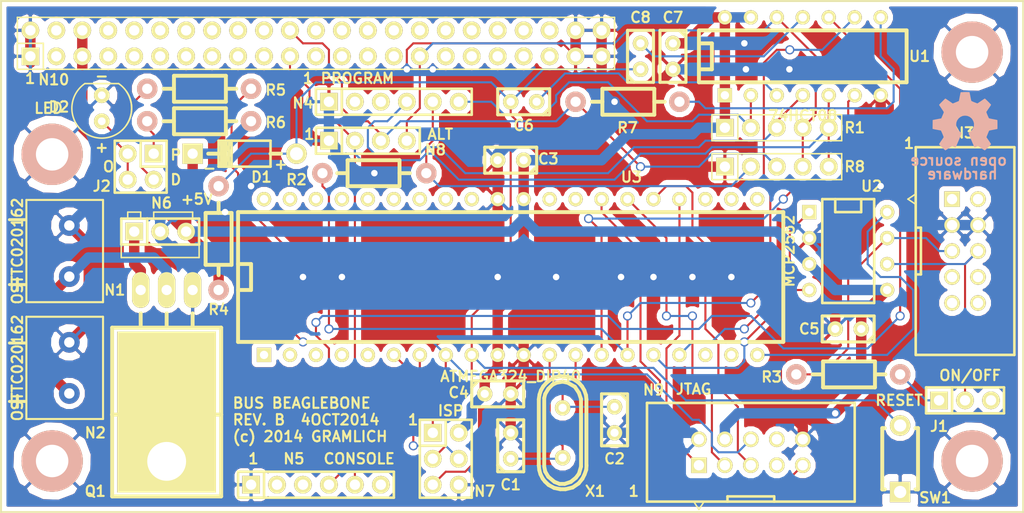
<source format=kicad_pcb>
(kicad_pcb (version 4) (host pcbnew "(2014-jul-16 BZR unknown)-product")
  (layers (0 F.Cu signal) (31 B.Cu signal) (34 B.Paste user) (35 F.Paste user) (36 B.SilkS user) (37 F.SilkS user) (38 B.Mask user) (39 F.Mask user) (44 Edge.Cuts user))
  (net 0 "")
  (net 1 /XTAL2)
  (net 2 GND)
  (net 3 /XTAL1)
  (net 4 /~RESET)
  (net 5 +5V)
  (net 6 "Net-(D2-Pad+)")
  (net 7 "Net-(J1-Pad1)")
  (net 8 "Net-(J2-Pad1)")
  (net 9 "Net-(J2-Pad2)")
  (net 10 "Net-(N6-Pad1)")
  (net 11 /MISO)
  (net 12 /SCK)
  (net 13 /MOSI)
  (net 14 /TCK)
  (net 15 /TDO)
  (net 16 /TMS)
  (net 17 /TDI)
  (net 18 /TXD0)
  (net 19 /RXD1)
  (net 20 /TXD1)
  (net 21 /RXD0)
  (net 22 "Net-(N10-Pad21)")
  (net 23 "Net-(N10-Pad22)")
  (net 24 "Net-(N10-Pad31)")
  (net 25 /CANL)
  (net 26 /CANH)
  (net 27 /BAT+)
  (net 28 "Net-(C6-Pad1)")
  (net 29 "Net-(C8-Pad2)")
  (net 30 "Net-(N5-Pad4)")
  (net 31 "Net-(N4-Pad6)")
  (net 32 "Net-(N4-Pad4)")
  (net 33 "Net-(N4-Pad5)")
  (net 34 "Net-(R7-Pad2)")
  (net 35 "Net-(U2-Pad8)")
  (module bus_beaglebone:Capacitor3MMDiscRM2.5 (layer F.Cu) (at 149.86 143.51 90)
    (fp_text reference C1 (at -3.81 0 180) (layer F.SilkS) (effects (font (size 1.016 1.016) (thickness 0.2032))))
    (fp_text value 18pF hide)
    (pad 1 thru_hole circle (at -1.27 0 90) (size 1.50114 1.50114) (drill 0.8001) (layers *.Cu *.Mask F.SilkS) (net 1 /XTAL2))
    (pad 2 thru_hole circle (at 1.27 0 90) (size 1.50114 1.50114) (drill 0.8001) (layers *.Cu *.Mask F.SilkS) (net 2 GND))
  )
  (module bus_beaglebone:Capacitor3MMDiscRM2.5 (layer F.Cu) (at 160.02 140.97 270)
    (fp_text reference C2 (at 3.81 0 360) (layer F.SilkS) (effects (font (size 1.016 1.016) (thickness 0.2032))))
    (fp_text value 18pF hide)
    (pad 1 thru_hole circle (at -1.27 0 270) (size 1.50114 1.50114) (drill 0.8001) (layers *.Cu *.Mask F.SilkS) (net 3 /XTAL1))
    (pad 2 thru_hole circle (at 1.27 0 270) (size 1.50114 1.50114) (drill 0.8001) (layers *.Cu *.Mask F.SilkS) (net 2 GND))
  )
  (module bus_beaglebone:Capacitor3MMDiscRM2.5 (layer F.Cu) (at 149.86 115.57 180)
    (fp_text reference C3 (at -3.683 0.127 180) (layer F.SilkS) (effects (font (size 1.016 1.016) (thickness 0.2032))))
    (fp_text value .1uF hide)
    (pad 1 thru_hole circle (at -1.27 0 180) (size 1.50114 1.50114) (drill 0.8001) (layers *.Cu *.Mask F.SilkS) (net 5 +5V))
    (pad 2 thru_hole circle (at 1.27 0 180) (size 1.50114 1.50114) (drill 0.8001) (layers *.Cu *.Mask F.SilkS) (net 2 GND))
  )
  (module bus_beaglebone:Capacitor3MMDiscRM2.5 (layer F.Cu) (at 148.59 138.43)
    (fp_text reference C4 (at -3.81 -0.127) (layer F.SilkS) (effects (font (size 1.016 1.016) (thickness 0.2032))))
    (fp_text value .1uF hide)
    (pad 1 thru_hole circle (at -1.27 0) (size 1.50114 1.50114) (drill 0.8001) (layers *.Cu *.Mask F.SilkS) (net 5 +5V))
    (pad 2 thru_hole circle (at 1.27 0) (size 1.50114 1.50114) (drill 0.8001) (layers *.Cu *.Mask F.SilkS) (net 2 GND))
  )
  (module bus_beaglebone:Capacitor3MMDiscRM2.5 (layer F.Cu) (at 182.88 132.08 180)
    (fp_text reference C5 (at 3.81 0 180) (layer F.SilkS) (effects (font (size 1.016 1.016) (thickness 0.2032))))
    (fp_text value .1uF hide)
    (pad 1 thru_hole circle (at -1.27 0 180) (size 1.50114 1.50114) (drill 0.8001) (layers *.Cu *.Mask F.SilkS) (net 5 +5V))
    (pad 2 thru_hole circle (at 1.27 0 180) (size 1.50114 1.50114) (drill 0.8001) (layers *.Cu *.Mask F.SilkS) (net 2 GND))
  )
  (module bus_beaglebone:Capacitor3MMDiscRM2.5 (layer F.Cu) (at 151.13 109.855 180)
    (fp_text reference C6 (at 0 -2.32 180) (layer F.SilkS) (effects (font (size 1.016 1.016) (thickness 0.2032))))
    (fp_text value 1uF hide)
    (pad 1 thru_hole circle (at -1.27 0 180) (size 1.50114 1.50114) (drill 0.8001) (layers *.Cu *.Mask F.SilkS) (net 28 "Net-(C6-Pad1)"))
    (pad 2 thru_hole circle (at 1.27 0 180) (size 1.50114 1.50114) (drill 0.8001) (layers *.Cu *.Mask F.SilkS) (net 4 /~RESET))
  )
  (module bus_beaglebone:Capacitor3MMDiscRM2.5 (layer F.Cu) (at 165.735 105.41 270)
    (fp_text reference C7 (at -3.81 0 360) (layer F.SilkS) (effects (font (size 1.016 1.016) (thickness 0.2032))))
    (fp_text value .1uF hide)
    (pad 1 thru_hole circle (at -1.27 0 270) (size 1.50114 1.50114) (drill 0.8001) (layers *.Cu *.Mask F.SilkS) (net 5 +5V))
    (pad 2 thru_hole circle (at 1.27 0 270) (size 1.50114 1.50114) (drill 0.8001) (layers *.Cu *.Mask F.SilkS) (net 2 GND))
  )
  (module bus_beaglebone:Capacitor3MMDiscRM2.5 (layer F.Cu) (at 162.56 105.41 90)
    (fp_text reference C8 (at 3.81 0 180) (layer F.SilkS) (effects (font (size 1.016 1.016) (thickness 0.2032))))
    (fp_text value 1uF hide)
    (pad 1 thru_hole circle (at -1.27 0 90) (size 1.50114 1.50114) (drill 0.8001) (layers *.Cu *.Mask F.SilkS) (net 4 /~RESET))
    (pad 2 thru_hole circle (at 1.27 0 90) (size 1.50114 1.50114) (drill 0.8001) (layers *.Cu *.Mask F.SilkS) (net 29 "Net-(C8-Pad2)"))
  )
  (module bus_beaglebone:Diode_DO-41_SOD81_Horizontal_RM10 (layer F.Cu) (at 123.825 114.935 180)
    (fp_text reference D1 (at -1.651 -2.286 180) (layer F.SilkS) (effects (font (size 1.016 1.016) (thickness 0.2032))))
    (fp_text value SD101C-TR hide)
    (fp_text user - (at 3.429 -1.397 180) (layer F.SilkS) (effects (font (size 1.016 1.016) (thickness 0.2032))))
    (fp_text user + (at -3.556 -1.016 180) (layer F.SilkS) (effects (font (size 1.016 1.016) (thickness 0.2032))))
    (pad + thru_hole circle (at -5.08 0 180) (size 1.99898 1.99898) (drill 1.27) (layers *.Cu *.Mask F.SilkS) (net 4 /~RESET))
    (pad - thru_hole rect (at 5.08 0 180) (size 1.99898 1.99898) (drill 1.00076) (layers *.Cu *.Mask F.SilkS) (net 5 +5V))
  )
  (module bus_beaglebone:T1_LED (layer F.Cu) (at 109.855 110.49 180)
    (fp_text reference D2 (at 4.191 0.127 180) (layer F.SilkS) (effects (font (size 1.016 1.016) (thickness 0.2032))))
    (fp_text value LED (at 5.207 0 180) (layer F.SilkS) (effects (font (size 1.016 1.016) (thickness 0.2032))))
    (fp_text user - (at 0 3.175 180) (layer F.SilkS) (effects (font (size 1.016 1.016) (thickness 0.2032))))
    (fp_text user + (at 0 -3.81 180) (layer F.SilkS) (effects (font (size 1.016 1.016) (thickness 0.2032))))
    (pad + thru_hole circle (at 0 -1.27 180) (size 1.524 1.524) (drill 0.762) (layers *.Cu *.Mask F.SilkS) (net 6 "Net-(D2-Pad+)"))
    (pad - thru_hole circle (at 0 1.27 180) (size 1.524 1.524) (drill 0.762) (layers *.Cu *.Mask F.SilkS) (net 2 GND))
  )
  (module bus_beaglebone:MountingHole_3mm (layer F.Cu) (at 105 115)
    (fp_text reference H1 (at 0.235001 -0.35499) (layer F.SilkS) (effects (font (size 1.016 1.016) (thickness 0.2032))))
    (fp_text value 3MM_HOLE hide)
    (pad 1 thru_hole circle (at 0 0) (size 6 6) (drill 3.175) (layers *.Cu *.SilkS *.Mask) (net 2 GND))
  )
  (module bus_beaglebone:MountingHole_3mm (layer F.Cu) (at 195 105)
    (fp_text reference H2 (at 0.235001 -0.35499) (layer F.SilkS) (effects (font (size 1.016 1.016) (thickness 0.2032))))
    (fp_text value 3MM_HOLE hide)
    (pad 1 thru_hole circle (at 0 0) (size 6 6) (drill 3.175) (layers *.Cu *.SilkS *.Mask) (net 2 GND))
  )
  (module bus_beaglebone:MountingHole_3mm (layer F.Cu) (at 105 145)
    (fp_text reference H3 (at 0.235001 -0.35499) (layer F.SilkS) (effects (font (size 1.016 1.016) (thickness 0.2032))))
    (fp_text value 3MM_HOLE hide)
    (pad 1 thru_hole circle (at 0 0) (size 6 6) (drill 3.175) (layers *.Cu *.SilkS *.Mask) (net 2 GND))
  )
  (module bus_beaglebone:MountingHole_3mm (layer F.Cu) (at 195 145)
    (fp_text reference H4 (at 0.235001 -0.35499) (layer F.SilkS) (effects (font (size 1.016 1.016) (thickness 0.2032))))
    (fp_text value 3MM_HOLE hide)
    (pad 1 thru_hole circle (at 0 0) (size 6 6) (drill 3.175) (layers *.Cu *.SilkS *.Mask) (net 2 GND))
  )
  (module bus_beaglebone:Pin_Header_Straight_1x03 (layer F.Cu) (at 194.31 139.065)
    (fp_text reference J1 (at -2.54 2.54) (layer F.SilkS) (effects (font (size 1.016 1.016) (thickness 0.2032))))
    (fp_text value TERMINATE_JUMPER hide)
    (pad 1 thru_hole rect (at -2.54 0) (size 1.7272 1.7272) (drill 1.016) (layers *.Cu *.Mask F.SilkS) (net 7 "Net-(J1-Pad1)"))
    (pad 2 thru_hole circle (at 0 0) (size 1.7272 1.7272) (drill 1.016) (layers *.Cu *.Mask F.SilkS) (net 25 /CANL))
    (pad 3 thru_hole circle (at 2.54 0) (size 1.7272 1.7272) (drill 1.016) (layers *.Cu *.Mask F.SilkS))
  )
  (module bus_beaglebone:Pin_Header_Straight_2x02 (layer F.Cu) (at 113.665 116.205 180)
    (fp_text reference J2 (at 3.81 -1.905 180) (layer F.SilkS) (effects (font (size 1.016 1.016) (thickness 0.2032))))
    (fp_text value LED_JUMPER hide)
    (pad 1 thru_hole rect (at -1.27 1.27 180) (size 1.7272 1.7272) (drill 1.016) (layers *.Cu *.Mask F.SilkS) (net 8 "Net-(J2-Pad1)"))
    (pad 2 thru_hole oval (at -1.27 -1.27 180) (size 1.7272 1.7272) (drill 1.016) (layers *.Cu *.Mask F.SilkS) (net 9 "Net-(J2-Pad2)"))
    (pad 3 thru_hole oval (at 1.27 1.27 180) (size 1.7272 1.7272) (drill 1.016) (layers *.Cu *.Mask F.SilkS) (net 6 "Net-(D2-Pad+)"))
    (pad 4 thru_hole oval (at 1.27 -1.27 180) (size 1.7272 1.7272) (drill 1.016) (layers *.Cu *.Mask F.SilkS) (net 6 "Net-(D2-Pad+)"))
  )
  (module bus_beaglebone:5MM_TERMINAL_BLOCK_2_POS (layer F.Cu) (at 106.68 124.46 90)
    (fp_text reference N1 (at -3.81 4.445 180) (layer F.SilkS) (effects (font (size 1.016 1.016) (thickness 0.2032))))
    (fp_text value OSTTC020162 (at 0 -5.08 90) (layer F.SilkS) (effects (font (size 1.016 1.016) (thickness 0.2032))))
    (pad 1 thru_hole circle (at -2.5 0 90) (size 2.032 2.032) (drill 1.016) (layers *.Cu *.Mask) (net 27 /BAT+))
    (pad 2 thru_hole circle (at 2.5 0 90) (size 2.032 2.032) (drill 1.016) (layers *.Cu *.Mask) (net 2 GND))
  )
  (module bus_beaglebone:5MM_TERMINAL_BLOCK_2_POS (layer F.Cu) (at 106.68 135.89 90)
    (fp_text reference N2 (at -6.35 2.54 180) (layer F.SilkS) (effects (font (size 1.016 1.016) (thickness 0.2032))))
    (fp_text value OSTTC020162 (at 0 -5.08 90) (layer F.SilkS) (effects (font (size 1.016 1.016) (thickness 0.2032))))
    (pad 1 thru_hole circle (at -2.5 0 90) (size 2.032 2.032) (drill 1.016) (layers *.Cu *.Mask) (net 27 /BAT+))
    (pad 2 thru_hole circle (at 2.5 0 90) (size 2.032 2.032) (drill 1.016) (layers *.Cu *.Mask) (net 2 GND))
  )
  (module bus_beaglebone:Pin_Header_Straight_2x05_Shrouded (layer F.Cu) (at 194.31 124.46 270)
    (fp_text reference N3 (at -11.557 0.127 540) (layer F.SilkS) (effects (font (size 1.016 1.016) (thickness 0.2032))))
    (fp_text value BHR-10-HUA hide)
    (pad 1 thru_hole rect (at -5.08 1.27 270) (size 1.524 1.524) (drill 1.016) (layers *.Cu *.Mask F.SilkS))
    (pad 2 thru_hole circle (at -5.08 -1.27 270) (size 1.524 1.524) (drill 1.016) (layers *.Cu *.Mask F.SilkS))
    (pad 3 thru_hole circle (at -2.54 1.27 270) (size 1.524 1.524) (drill 1.016) (layers *.Cu *.Mask F.SilkS) (net 2 GND))
    (pad 4 thru_hole circle (at -2.54 -1.27 270) (size 1.524 1.524) (drill 1.016) (layers *.Cu *.Mask F.SilkS) (net 2 GND))
    (pad 5 thru_hole circle (at 0 1.27 270) (size 1.524 1.524) (drill 1.016) (layers *.Cu *.Mask F.SilkS) (net 26 /CANH))
    (pad 6 thru_hole circle (at 0 -1.27 270) (size 1.524 1.524) (drill 1.016) (layers *.Cu *.Mask F.SilkS) (net 25 /CANL))
    (pad 7 thru_hole circle (at 2.54 1.27 270) (size 1.524 1.524) (drill 1.016) (layers *.Cu *.Mask F.SilkS))
    (pad 8 thru_hole circle (at 2.54 -1.27 270) (size 1.524 1.524) (drill 1.016) (layers *.Cu *.Mask F.SilkS))
    (pad 9 thru_hole circle (at 5.08 1.27 270) (size 1.524 1.524) (drill 1.016) (layers *.Cu *.Mask F.SilkS))
    (pad 10 thru_hole circle (at 5.08 -1.27 270) (size 1.524 1.524) (drill 1.016) (layers *.Cu *.Mask F.SilkS))
  )
  (module bus_beaglebone:Pin_Header_Straight_1x06 (layer F.Cu) (at 138.43 109.855)
    (fp_text reference N4 (at -8.89 0.127) (layer F.SilkS) (effects (font (size 1.016 1.016) (thickness 0.2032))))
    (fp_text value FTDI_HEADER hide)
    (pad 1 thru_hole rect (at -6.35 0) (size 1.7272 1.7272) (drill 1.016) (layers *.Cu *.Mask F.SilkS) (net 2 GND))
    (pad 2 thru_hole circle (at -3.81 0) (size 1.7272 1.7272) (drill 1.016) (layers *.Cu *.Mask F.SilkS))
    (pad 3 thru_hole circle (at -1.27 0) (size 1.7272 1.7272) (drill 1.016) (layers *.Cu *.Mask F.SilkS))
    (pad 4 thru_hole circle (at 1.27 0) (size 1.7272 1.7272) (drill 1.016) (layers *.Cu *.Mask F.SilkS) (net 32 "Net-(N4-Pad4)"))
    (pad 5 thru_hole circle (at 3.81 0) (size 1.7272 1.7272) (drill 1.016) (layers *.Cu *.Mask F.SilkS) (net 33 "Net-(N4-Pad5)"))
    (pad 6 thru_hole circle (at 6.35 0) (size 1.7272 1.7272) (drill 1.016) (layers *.Cu *.Mask F.SilkS) (net 31 "Net-(N4-Pad6)"))
  )
  (module bus_beaglebone:Pin_Header_Straight_1x06 (layer F.Cu) (at 130.81 147.32)
    (fp_text reference N5 (at -2.159 -2.54) (layer F.SilkS) (effects (font (size 1.016 1.016) (thickness 0.2032))))
    (fp_text value FTDI_HEADER hide)
    (pad 1 thru_hole rect (at -6.35 0) (size 1.7272 1.7272) (drill 1.016) (layers *.Cu *.Mask F.SilkS) (net 2 GND))
    (pad 2 thru_hole circle (at -3.81 0) (size 1.7272 1.7272) (drill 1.016) (layers *.Cu *.Mask F.SilkS))
    (pad 3 thru_hole circle (at -1.27 0) (size 1.7272 1.7272) (drill 1.016) (layers *.Cu *.Mask F.SilkS))
    (pad 4 thru_hole circle (at 1.27 0) (size 1.7272 1.7272) (drill 1.016) (layers *.Cu *.Mask F.SilkS) (net 30 "Net-(N5-Pad4)"))
    (pad 5 thru_hole circle (at 3.81 0) (size 1.7272 1.7272) (drill 1.016) (layers *.Cu *.Mask F.SilkS) (net 22 "Net-(N10-Pad21)"))
    (pad 6 thru_hole circle (at 6.35 0) (size 1.7272 1.7272) (drill 1.016) (layers *.Cu *.Mask F.SilkS))
  )
  (module bus_beaglebone:Pin_Header_Straight_2x03 (layer F.Cu) (at 143.51 144.78 270)
    (fp_text reference N7 (at 3.175 -3.81 360) (layer F.SilkS) (effects (font (size 1.016 1.016) (thickness 0.2032))))
    (fp_text value AVR_ISP_HEADER hide)
    (pad 1 thru_hole rect (at -2.54 1.27 270) (size 1.7272 1.7272) (drill 1.016) (layers *.Cu *.Mask F.SilkS) (net 11 /MISO))
    (pad 2 thru_hole oval (at -2.54 -1.27 270) (size 1.7272 1.7272) (drill 1.016) (layers *.Cu *.Mask F.SilkS) (net 5 +5V))
    (pad 3 thru_hole oval (at 0 1.27 270) (size 1.7272 1.7272) (drill 1.016) (layers *.Cu *.Mask F.SilkS) (net 12 /SCK))
    (pad 4 thru_hole oval (at 0 -1.27 270) (size 1.7272 1.7272) (drill 1.016) (layers *.Cu *.Mask F.SilkS) (net 13 /MOSI))
    (pad 5 thru_hole oval (at 2.54 1.27 270) (size 1.7272 1.7272) (drill 1.016) (layers *.Cu *.Mask F.SilkS) (net 4 /~RESET))
    (pad 6 thru_hole oval (at 2.54 -1.27 270) (size 1.7272 1.7272) (drill 1.016) (layers *.Cu *.Mask F.SilkS) (net 2 GND))
  )
  (module bus_beaglebone:Pin_Header_Straight_1x04 (layer F.Cu) (at 135.89 113.665)
    (fp_text reference N8 (at 6.604 0.889) (layer F.SilkS) (effects (font (size 1.016 1.016) (thickness 0.2032))))
    (fp_text value SERIAL_CONNECTOR hide)
    (pad 1 thru_hole rect (at -3.81 0) (size 1.7272 1.7272) (drill 1.016) (layers *.Cu *.Mask F.SilkS) (net 2 GND))
    (pad 2 thru_hole circle (at -1.27 0) (size 1.7272 1.7272) (drill 1.016) (layers *.Cu *.Mask F.SilkS) (net 22 "Net-(N10-Pad21)"))
    (pad 3 thru_hole circle (at 1.27 0) (size 1.7272 1.7272) (drill 1.016) (layers *.Cu *.Mask F.SilkS) (net 23 "Net-(N10-Pad22)"))
    (pad 4 thru_hole circle (at 3.81 0) (size 1.7272 1.7272) (drill 1.016) (layers *.Cu *.Mask F.SilkS) (net 24 "Net-(N10-Pad31)"))
  )
  (module bus_beaglebone:Pin_Header_Straight_2x05_Shrouded (layer F.Cu) (at 173.355 144.145)
    (fp_text reference N9 (at -9.525 -6.096 180) (layer F.SilkS) (effects (font (size 1.016 1.016) (thickness 0.2032))))
    (fp_text value BHR-10-HUA hide)
    (pad 1 thru_hole rect (at -5.08 1.27) (size 1.524 1.524) (drill 1.016) (layers *.Cu *.Mask F.SilkS) (net 14 /TCK))
    (pad 2 thru_hole circle (at -5.08 -1.27) (size 1.524 1.524) (drill 1.016) (layers *.Cu *.Mask F.SilkS) (net 2 GND))
    (pad 3 thru_hole circle (at -2.54 1.27) (size 1.524 1.524) (drill 1.016) (layers *.Cu *.Mask F.SilkS) (net 15 /TDO))
    (pad 4 thru_hole circle (at -2.54 -1.27) (size 1.524 1.524) (drill 1.016) (layers *.Cu *.Mask F.SilkS) (net 5 +5V))
    (pad 5 thru_hole circle (at 0 1.27) (size 1.524 1.524) (drill 1.016) (layers *.Cu *.Mask F.SilkS) (net 16 /TMS))
    (pad 6 thru_hole circle (at 0 -1.27) (size 1.524 1.524) (drill 1.016) (layers *.Cu *.Mask F.SilkS) (net 12 /SCK))
    (pad 7 thru_hole circle (at 2.54 1.27) (size 1.524 1.524) (drill 1.016) (layers *.Cu *.Mask F.SilkS))
    (pad 8 thru_hole circle (at 2.54 -1.27) (size 1.524 1.524) (drill 1.016) (layers *.Cu *.Mask F.SilkS))
    (pad 9 thru_hole circle (at 5.08 1.27) (size 1.524 1.524) (drill 1.016) (layers *.Cu *.Mask F.SilkS) (net 17 /TDI))
    (pad 10 thru_hole circle (at 5.08 -1.27) (size 1.524 1.524) (drill 1.016) (layers *.Cu *.Mask F.SilkS) (net 2 GND))
  )
  (module bus_beaglebone:Pin_Header_Straight_2x23 (layer F.Cu) (at 130.81 104.14)
    (fp_text reference N10 (at -25.654 3.556) (layer F.SilkS) (effects (font (size 1.016 1.016) (thickness 0.2032))))
    (fp_text value BBB_P9_HEADER hide)
    (pad 1 thru_hole rect (at -27.94 1.27) (size 1.7272 1.7272) (drill 1.016) (layers *.Cu *.Mask F.SilkS) (net 2 GND))
    (pad 2 thru_hole oval (at -27.94 -1.27) (size 1.7272 1.7272) (drill 1.016) (layers *.Cu *.Mask F.SilkS) (net 2 GND))
    (pad 3 thru_hole oval (at -25.4 1.27) (size 1.7272 1.7272) (drill 1.016) (layers *.Cu *.Mask F.SilkS))
    (pad 4 thru_hole oval (at -25.4 -1.27) (size 1.7272 1.7272) (drill 1.016) (layers *.Cu *.Mask F.SilkS))
    (pad 5 thru_hole oval (at -22.86 1.27) (size 1.7272 1.7272) (drill 1.016) (layers *.Cu *.Mask F.SilkS) (net 5 +5V))
    (pad 6 thru_hole oval (at -22.86 -1.27) (size 1.7272 1.7272) (drill 1.016) (layers *.Cu *.Mask F.SilkS) (net 5 +5V))
    (pad 7 thru_hole oval (at -20.32 1.27) (size 1.7272 1.7272) (drill 1.016) (layers *.Cu *.Mask F.SilkS))
    (pad 8 thru_hole oval (at -20.32 -1.27) (size 1.7272 1.7272) (drill 1.016) (layers *.Cu *.Mask F.SilkS))
    (pad 9 thru_hole oval (at -17.78 1.27) (size 1.7272 1.7272) (drill 1.016) (layers *.Cu *.Mask F.SilkS))
    (pad 10 thru_hole oval (at -17.78 -1.27) (size 1.7272 1.7272) (drill 1.016) (layers *.Cu *.Mask F.SilkS))
    (pad 11 thru_hole oval (at -15.24 1.27) (size 1.7272 1.7272) (drill 1.016) (layers *.Cu *.Mask F.SilkS))
    (pad 12 thru_hole oval (at -15.24 -1.27) (size 1.7272 1.7272) (drill 1.016) (layers *.Cu *.Mask F.SilkS))
    (pad 13 thru_hole oval (at -12.7 1.27) (size 1.7272 1.7272) (drill 1.016) (layers *.Cu *.Mask F.SilkS))
    (pad 14 thru_hole oval (at -12.7 -1.27) (size 1.7272 1.7272) (drill 1.016) (layers *.Cu *.Mask F.SilkS))
    (pad 15 thru_hole oval (at -10.16 1.27) (size 1.7272 1.7272) (drill 1.016) (layers *.Cu *.Mask F.SilkS))
    (pad 16 thru_hole oval (at -10.16 -1.27) (size 1.7272 1.7272) (drill 1.016) (layers *.Cu *.Mask F.SilkS))
    (pad 17 thru_hole oval (at -7.62 1.27) (size 1.7272 1.7272) (drill 1.016) (layers *.Cu *.Mask F.SilkS))
    (pad 18 thru_hole oval (at -7.62 -1.27) (size 1.7272 1.7272) (drill 1.016) (layers *.Cu *.Mask F.SilkS))
    (pad 19 thru_hole oval (at -5.08 1.27) (size 1.7272 1.7272) (drill 1.016) (layers *.Cu *.Mask F.SilkS))
    (pad 20 thru_hole oval (at -5.08 -1.27) (size 1.7272 1.7272) (drill 1.016) (layers *.Cu *.Mask F.SilkS))
    (pad 21 thru_hole oval (at -2.54 1.27) (size 1.7272 1.7272) (drill 1.016) (layers *.Cu *.Mask F.SilkS) (net 22 "Net-(N10-Pad21)"))
    (pad 22 thru_hole oval (at -2.54 -1.27) (size 1.7272 1.7272) (drill 1.016) (layers *.Cu *.Mask F.SilkS) (net 23 "Net-(N10-Pad22)"))
    (pad 23 thru_hole oval (at 0 1.27) (size 1.7272 1.7272) (drill 1.016) (layers *.Cu *.Mask F.SilkS))
    (pad 24 thru_hole oval (at 0 -1.27) (size 1.7272 1.7272) (drill 1.016) (layers *.Cu *.Mask F.SilkS))
    (pad 25 thru_hole oval (at 2.54 1.27) (size 1.7272 1.7272) (drill 1.016) (layers *.Cu *.Mask F.SilkS))
    (pad 26 thru_hole oval (at 2.54 -1.27) (size 1.7272 1.7272) (drill 1.016) (layers *.Cu *.Mask F.SilkS))
    (pad 27 thru_hole oval (at 5.08 1.27) (size 1.7272 1.7272) (drill 1.016) (layers *.Cu *.Mask F.SilkS))
    (pad 28 thru_hole oval (at 5.08 -1.27) (size 1.7272 1.7272) (drill 1.016) (layers *.Cu *.Mask F.SilkS))
    (pad 29 thru_hole oval (at 7.62 1.27) (size 1.7272 1.7272) (drill 1.016) (layers *.Cu *.Mask F.SilkS))
    (pad 30 thru_hole oval (at 7.62 -1.27) (size 1.7272 1.7272) (drill 1.016) (layers *.Cu *.Mask F.SilkS))
    (pad 31 thru_hole oval (at 10.16 1.27) (size 1.7272 1.7272) (drill 1.016) (layers *.Cu *.Mask F.SilkS) (net 24 "Net-(N10-Pad31)"))
    (pad 32 thru_hole oval (at 10.16 -1.27) (size 1.7272 1.7272) (drill 1.016) (layers *.Cu *.Mask F.SilkS))
    (pad 33 thru_hole oval (at 12.7 1.27) (size 1.7272 1.7272) (drill 1.016) (layers *.Cu *.Mask F.SilkS))
    (pad 34 thru_hole oval (at 12.7 -1.27) (size 1.7272 1.7272) (drill 1.016) (layers *.Cu *.Mask F.SilkS))
    (pad 35 thru_hole oval (at 15.24 1.27) (size 1.7272 1.7272) (drill 1.016) (layers *.Cu *.Mask F.SilkS))
    (pad 36 thru_hole oval (at 15.24 -1.27) (size 1.7272 1.7272) (drill 1.016) (layers *.Cu *.Mask F.SilkS))
    (pad 37 thru_hole oval (at 17.78 1.27) (size 1.7272 1.7272) (drill 1.016) (layers *.Cu *.Mask F.SilkS))
    (pad 38 thru_hole oval (at 17.78 -1.27) (size 1.7272 1.7272) (drill 1.016) (layers *.Cu *.Mask F.SilkS))
    (pad 39 thru_hole oval (at 20.32 1.27) (size 1.7272 1.7272) (drill 1.016) (layers *.Cu *.Mask F.SilkS))
    (pad 40 thru_hole oval (at 20.32 -1.27) (size 1.7272 1.7272) (drill 1.016) (layers *.Cu *.Mask F.SilkS))
    (pad 41 thru_hole oval (at 22.86 1.27) (size 1.7272 1.7272) (drill 1.016) (layers *.Cu *.Mask F.SilkS))
    (pad 42 thru_hole oval (at 22.86 -1.27) (size 1.7272 1.7272) (drill 1.016) (layers *.Cu *.Mask F.SilkS))
    (pad 43 thru_hole oval (at 25.4 1.27) (size 1.7272 1.7272) (drill 1.016) (layers *.Cu *.Mask F.SilkS) (net 2 GND))
    (pad 44 thru_hole oval (at 25.4 -1.27) (size 1.7272 1.7272) (drill 1.016) (layers *.Cu *.Mask F.SilkS) (net 2 GND))
    (pad 45 thru_hole oval (at 27.94 1.27) (size 1.7272 1.7272) (drill 1.016) (layers *.Cu *.Mask F.SilkS) (net 2 GND))
    (pad 46 thru_hole oval (at 27.94 -1.27) (size 1.7272 1.7272) (drill 1.016) (layers *.Cu *.Mask F.SilkS) (net 2 GND))
  )
  (module bus_beaglebone:TO-220_FET-GDS_Horizontal_LargePads (layer F.Cu) (at 116.205 128.27 180)
    (fp_text reference Q1 (at 6.985 -19.685 180) (layer F.SilkS) (effects (font (size 1.016 1.016) (thickness 0.2032))))
    (fp_text value FQP47P06 hide)
    (fp_text user G (at -2.54 -5.08 180) (layer F.SilkS) (effects (font (size 1.00076 1.00076) (thickness 0.25146))))
    (fp_text user S (at 2.54 -5.08 180) (layer F.SilkS) (effects (font (size 1.00076 1.00076) (thickness 0.25146))))
    (fp_text user D (at 0 -5.08 180) (layer F.SilkS) (effects (font (size 1.00076 1.00076) (thickness 0.25146))))
    (pad D thru_hole oval (at 0 0 270) (size 3.50012 1.69926) (drill 1.00076) (layers *.Cu *.Mask F.SilkS) (net 27 /BAT+))
    (pad G thru_hole oval (at -2.54 0 270) (size 3.50012 1.69926) (drill 1.00076) (layers *.Cu *.Mask F.SilkS) (net 2 GND))
    (pad S thru_hole oval (at 2.54 0 270) (size 3.50012 1.69926) (drill 1.00076) (layers *.Cu *.Mask F.SilkS) (net 10 "Net-(N6-Pad1)"))
    (pad "" thru_hole rect (at 0 -16.764 270) (size 15.748 9.652) (drill 3.79984 (offset -4.826 0)) (layers *.Cu F.SilkS F.Mask))
  )
  (module bus_beaglebone:Resistor_Horizontal__400 (layer F.Cu) (at 182.88 136.525)
    (fp_text reference R3 (at -7.493 0.254) (layer F.SilkS) (effects (font (size 1.016 1.016) (thickness 0.2032))))
    (fp_text value "120 1%" hide)
    (pad 1 thru_hole circle (at -5.08 0) (size 1.99898 1.99898) (drill 1.00076) (layers *.Cu *.SilkS *.Mask) (net 26 /CANH))
    (pad 2 thru_hole circle (at 5.08 0) (size 1.99898 1.99898) (drill 1.00076) (layers *.Cu *.SilkS *.Mask) (net 7 "Net-(J1-Pad1)"))
  )
  (module bus_beaglebone:Resistor_Horizontal__400 (layer F.Cu) (at 121.285 123.19 270)
    (fp_text reference R4 (at 6.985 0 360) (layer F.SilkS) (effects (font (size 1.016 1.016) (thickness 0.2032))))
    (fp_text value 10K hide)
    (pad 1 thru_hole circle (at -5.08 0 270) (size 1.99898 1.99898) (drill 1.00076) (layers *.Cu *.SilkS *.Mask) (net 4 /~RESET))
    (pad 2 thru_hole circle (at 5.08 0 270) (size 1.99898 1.99898) (drill 1.00076) (layers *.Cu *.SilkS *.Mask) (net 5 +5V))
  )
  (module bus_beaglebone:Resistor_Horizontal__400 (layer F.Cu) (at 119.38 108.585)
    (fp_text reference R5 (at 7.493 0.127) (layer F.SilkS) (effects (font (size 1.016 1.016) (thickness 0.2032))))
    (fp_text value 470 hide)
    (pad 1 thru_hole circle (at -5.08 0) (size 1.99898 1.99898) (drill 1.00076) (layers *.Cu *.SilkS *.Mask) (net 9 "Net-(J2-Pad2)"))
    (pad 2 thru_hole circle (at 5.08 0) (size 1.99898 1.99898) (drill 1.00076) (layers *.Cu *.SilkS *.Mask) (net 12 /SCK))
  )
  (module bus_beaglebone:Resistor_Horizontal__400 (layer F.Cu) (at 119.38 111.76)
    (fp_text reference R6 (at 7.493 0.127) (layer F.SilkS) (effects (font (size 1.016 1.016) (thickness 0.2032))))
    (fp_text value 470 hide)
    (pad 1 thru_hole circle (at -5.08 0) (size 1.99898 1.99898) (drill 1.00076) (layers *.Cu *.SilkS *.Mask) (net 8 "Net-(J2-Pad1)"))
    (pad 2 thru_hole circle (at 5.08 0) (size 1.99898 1.99898) (drill 1.00076) (layers *.Cu *.SilkS *.Mask) (net 5 +5V))
  )
  (module bus_beaglebone:Button_6.5MM (layer F.Cu) (at 187.96 144.78 90)
    (fp_text reference SW1 (at -3.81 3.429 360) (layer F.SilkS) (effects (font (size 1.016 1.016) (thickness 0.2032))))
    (fp_text value MJTP1243 hide)
    (pad 1 thru_hole rect (at -3.2512 0 90) (size 1.99898 1.99898) (drill 1.19888) (layers *.Cu *.Mask F.SilkS) (net 2 GND))
    (pad 2 thru_hole circle (at 3.2512 0 90) (size 1.99898 1.99898) (drill 1.19888) (layers *.Cu *.Mask F.SilkS) (net 4 /~RESET))
  )
  (module bus_beaglebone:DIP-14__300 (layer F.Cu) (at 178.435 105.41)
    (fp_text reference U1 (at 11.43 0) (layer F.SilkS) (effects (font (size 1.016 1.016) (thickness 0.2032))))
    (fp_text value 74HCT08 (at 0 5.8) (layer F.SilkS) (effects (font (size 1.016 1.016) (thickness 0.2032))))
    (pad 1 thru_hole rect (at -7.62 3.81) (size 1.397 1.397) (drill 0.8128) (layers *.Cu *.Mask F.SilkS) (net 5 +5V))
    (pad 2 thru_hole circle (at -5.08 3.81) (size 1.397 1.397) (drill 0.8128) (layers *.Cu *.Mask F.SilkS) (net 31 "Net-(N4-Pad6)"))
    (pad 3 thru_hole circle (at -2.54 3.81) (size 1.397 1.397) (drill 0.8128) (layers *.Cu *.Mask F.SilkS) (net 28 "Net-(C6-Pad1)"))
    (pad 4 thru_hole circle (at 0 3.81) (size 1.397 1.397) (drill 0.8128) (layers *.Cu *.Mask F.SilkS) (net 32 "Net-(N4-Pad4)"))
    (pad 5 thru_hole circle (at 2.54 3.81) (size 1.397 1.397) (drill 0.8128) (layers *.Cu *.Mask F.SilkS) (net 22 "Net-(N10-Pad21)"))
    (pad 6 thru_hole circle (at 5.08 3.81) (size 1.397 1.397) (drill 0.8128) (layers *.Cu *.Mask F.SilkS) (net 21 /RXD0))
    (pad 7 thru_hole circle (at 7.62 3.81) (size 1.397 1.397) (drill 0.8128) (layers *.Cu *.Mask F.SilkS) (net 2 GND))
    (pad 8 thru_hole circle (at 7.62 -3.81) (size 1.397 1.397) (drill 0.8128) (layers *.Cu *.Mask F.SilkS) (net 34 "Net-(R7-Pad2)"))
    (pad 9 thru_hole circle (at 5.08 -3.81) (size 1.397 1.397) (drill 0.8128) (layers *.Cu *.Mask F.SilkS) (net 18 /TXD0))
    (pad 10 thru_hole circle (at 2.54 -3.81) (size 1.397 1.397) (drill 0.8128) (layers *.Cu *.Mask F.SilkS) (net 30 "Net-(N5-Pad4)"))
    (pad 11 thru_hole circle (at 0 -3.81) (size 1.397 1.397) (drill 0.8128) (layers *.Cu *.Mask F.SilkS) (net 29 "Net-(C8-Pad2)"))
    (pad 12 thru_hole circle (at -2.54 -3.81) (size 1.397 1.397) (drill 0.8128) (layers *.Cu *.Mask F.SilkS) (net 24 "Net-(N10-Pad31)"))
    (pad 13 thru_hole circle (at -5.08 -3.81) (size 1.397 1.397) (drill 0.8128) (layers *.Cu *.Mask F.SilkS) (net 5 +5V))
    (pad 14 thru_hole circle (at -7.62 -3.81) (size 1.397 1.397) (drill 0.8128) (layers *.Cu *.Mask F.SilkS) (net 5 +5V))
  )
  (module bus_beaglebone:DIP-8__300 (layer F.Cu) (at 182.88 124.46 270)
    (fp_text reference U2 (at -6.35 -2.286 540) (layer F.SilkS) (effects (font (size 1.016 1.016) (thickness 0.2032))))
    (fp_text value MCP2562 (at 0 5.79 270) (layer F.SilkS) (effects (font (size 1.016 1.016) (thickness 0.2032))))
    (pad 1 thru_hole rect (at -3.81 3.81 270) (size 1.397 1.397) (drill 0.8128) (layers *.Cu *.Mask F.SilkS) (net 20 /TXD1))
    (pad 2 thru_hole circle (at -1.27 3.81 270) (size 1.397 1.397) (drill 0.8128) (layers *.Cu *.Mask F.SilkS) (net 2 GND))
    (pad 3 thru_hole circle (at 1.27 3.81 270) (size 1.397 1.397) (drill 0.8128) (layers *.Cu *.Mask F.SilkS) (net 5 +5V))
    (pad 4 thru_hole circle (at 3.81 3.81 270) (size 1.397 1.397) (drill 0.8128) (layers *.Cu *.Mask F.SilkS) (net 19 /RXD1))
    (pad 5 thru_hole circle (at 3.81 -3.81 270) (size 1.397 1.397) (drill 0.8128) (layers *.Cu *.Mask F.SilkS) (net 5 +5V))
    (pad 6 thru_hole circle (at 1.27 -3.81 270) (size 1.397 1.397) (drill 0.8128) (layers *.Cu *.Mask F.SilkS) (net 25 /CANL))
    (pad 7 thru_hole circle (at -1.27 -3.81 270) (size 1.397 1.397) (drill 0.8128) (layers *.Cu *.Mask F.SilkS) (net 26 /CANH))
    (pad 8 thru_hole circle (at -3.81 -3.81 270) (size 1.397 1.397) (drill 0.8128) (layers *.Cu *.Mask F.SilkS) (net 35 "Net-(U2-Pad8)"))
  )
  (module bus_beaglebone:DIP-40__600 (layer F.Cu) (at 149.86 127)
    (fp_text reference U3 (at 11.811 -9.779) (layer F.SilkS) (effects (font (size 1.016 1.016) (thickness 0.2032))))
    (fp_text value ATMEGA324_DIP40 (at 0 9.73) (layer F.SilkS) (effects (font (size 1.016 1.016) (thickness 0.2032))))
    (pad 1 thru_hole rect (at -24.13 7.62) (size 1.397 1.397) (drill 0.8128) (layers *.Cu *.Mask F.SilkS))
    (pad 2 thru_hole circle (at -21.59 7.62) (size 1.397 1.397) (drill 0.8128) (layers *.Cu *.Mask F.SilkS))
    (pad 3 thru_hole circle (at -19.05 7.62) (size 1.397 1.397) (drill 0.8128) (layers *.Cu *.Mask F.SilkS))
    (pad 4 thru_hole circle (at -16.51 7.62) (size 1.397 1.397) (drill 0.8128) (layers *.Cu *.Mask F.SilkS))
    (pad 5 thru_hole circle (at -13.97 7.62) (size 1.397 1.397) (drill 0.8128) (layers *.Cu *.Mask F.SilkS))
    (pad 6 thru_hole circle (at -11.43 7.62) (size 1.397 1.397) (drill 0.8128) (layers *.Cu *.Mask F.SilkS) (net 13 /MOSI))
    (pad 7 thru_hole circle (at -8.89 7.62) (size 1.397 1.397) (drill 0.8128) (layers *.Cu *.Mask F.SilkS) (net 11 /MISO))
    (pad 8 thru_hole circle (at -6.35 7.62) (size 1.397 1.397) (drill 0.8128) (layers *.Cu *.Mask F.SilkS) (net 12 /SCK))
    (pad 9 thru_hole circle (at -3.81 7.62) (size 1.397 1.397) (drill 0.8128) (layers *.Cu *.Mask F.SilkS) (net 4 /~RESET))
    (pad 10 thru_hole circle (at -1.27 7.62) (size 1.397 1.397) (drill 0.8128) (layers *.Cu *.Mask F.SilkS) (net 5 +5V))
    (pad 11 thru_hole circle (at 1.27 7.62) (size 1.397 1.397) (drill 0.8128) (layers *.Cu *.Mask F.SilkS) (net 2 GND))
    (pad 12 thru_hole circle (at 3.81 7.62) (size 1.397 1.397) (drill 0.8128) (layers *.Cu *.Mask F.SilkS) (net 1 /XTAL2))
    (pad 13 thru_hole circle (at 6.35 7.62) (size 1.397 1.397) (drill 0.8128) (layers *.Cu *.Mask F.SilkS) (net 3 /XTAL1))
    (pad 14 thru_hole circle (at 8.89 7.62) (size 1.397 1.397) (drill 0.8128) (layers *.Cu *.Mask F.SilkS) (net 21 /RXD0))
    (pad 15 thru_hole circle (at 11.43 7.62) (size 1.397 1.397) (drill 0.8128) (layers *.Cu *.Mask F.SilkS) (net 18 /TXD0))
    (pad 16 thru_hole circle (at 13.97 7.62) (size 1.397 1.397) (drill 0.8128) (layers *.Cu *.Mask F.SilkS) (net 19 /RXD1))
    (pad 17 thru_hole circle (at 16.51 7.62) (size 1.397 1.397) (drill 0.8128) (layers *.Cu *.Mask F.SilkS) (net 20 /TXD1))
    (pad 18 thru_hole circle (at 19.05 7.62) (size 1.397 1.397) (drill 0.8128) (layers *.Cu *.Mask F.SilkS))
    (pad 19 thru_hole circle (at 21.59 7.62) (size 1.397 1.397) (drill 0.8128) (layers *.Cu *.Mask F.SilkS))
    (pad 20 thru_hole circle (at 24.13 7.62) (size 1.397 1.397) (drill 0.8128) (layers *.Cu *.Mask F.SilkS) (net 35 "Net-(U2-Pad8)"))
    (pad 21 thru_hole circle (at 24.13 -7.62) (size 1.397 1.397) (drill 0.8128) (layers *.Cu *.Mask F.SilkS))
    (pad 22 thru_hole circle (at 21.59 -7.62) (size 1.397 1.397) (drill 0.8128) (layers *.Cu *.Mask F.SilkS))
    (pad 23 thru_hole circle (at 19.05 -7.62) (size 1.397 1.397) (drill 0.8128) (layers *.Cu *.Mask F.SilkS))
    (pad 24 thru_hole circle (at 16.51 -7.62) (size 1.397 1.397) (drill 0.8128) (layers *.Cu *.Mask F.SilkS) (net 14 /TCK))
    (pad 25 thru_hole circle (at 13.97 -7.62) (size 1.397 1.397) (drill 0.8128) (layers *.Cu *.Mask F.SilkS) (net 16 /TMS))
    (pad 26 thru_hole circle (at 11.43 -7.62) (size 1.397 1.397) (drill 0.8128) (layers *.Cu *.Mask F.SilkS) (net 15 /TDO))
    (pad 27 thru_hole circle (at 8.89 -7.62) (size 1.397 1.397) (drill 0.8128) (layers *.Cu *.Mask F.SilkS) (net 17 /TDI))
    (pad 28 thru_hole circle (at 6.35 -7.62) (size 1.397 1.397) (drill 0.8128) (layers *.Cu *.Mask F.SilkS))
    (pad 29 thru_hole circle (at 3.81 -7.62) (size 1.397 1.397) (drill 0.8128) (layers *.Cu *.Mask F.SilkS))
    (pad 30 thru_hole circle (at 1.27 -7.62) (size 1.397 1.397) (drill 0.8128) (layers *.Cu *.Mask F.SilkS) (net 5 +5V))
    (pad 31 thru_hole circle (at -1.27 -7.62) (size 1.397 1.397) (drill 0.8128) (layers *.Cu *.Mask F.SilkS) (net 2 GND))
    (pad 32 thru_hole circle (at -3.81 -7.62) (size 1.397 1.397) (drill 0.8128) (layers *.Cu *.Mask F.SilkS))
    (pad 33 thru_hole circle (at -6.35 -7.62) (size 1.397 1.397) (drill 0.8128) (layers *.Cu *.Mask F.SilkS))
    (pad 34 thru_hole circle (at -8.89 -7.62) (size 1.397 1.397) (drill 0.8128) (layers *.Cu *.Mask F.SilkS))
    (pad 35 thru_hole circle (at -11.43 -7.62) (size 1.397 1.397) (drill 0.8128) (layers *.Cu *.Mask F.SilkS))
    (pad 36 thru_hole circle (at -13.97 -7.62) (size 1.397 1.397) (drill 0.8128) (layers *.Cu *.Mask F.SilkS))
    (pad 37 thru_hole circle (at -16.51 -7.62) (size 1.397 1.397) (drill 0.8128) (layers *.Cu *.Mask F.SilkS))
    (pad 38 thru_hole circle (at -19.05 -7.62) (size 1.397 1.397) (drill 0.8128) (layers *.Cu *.Mask F.SilkS))
    (pad 39 thru_hole circle (at -21.59 -7.62) (size 1.397 1.397) (drill 0.8128) (layers *.Cu *.Mask F.SilkS))
    (pad 40 thru_hole circle (at -24.13 -7.62) (size 1.397 1.397) (drill 0.8128) (layers *.Cu *.Mask F.SilkS))
  )
  (module bus_beaglebone:Crystal_HC49-U_Vertical (layer F.Cu) (at 154.94 142.24 90)
    (fp_text reference X1 (at -5.715 3.175 180) (layer F.SilkS) (effects (font (size 1.016 1.016) (thickness 0.2032))))
    (fp_text value 16MHz hide)
    (pad 1 thru_hole circle (at -2.44094 0 90) (size 1.50114 1.50114) (drill 0.8001) (layers *.Cu *.Mask F.SilkS) (net 1 /XTAL2))
    (pad 2 thru_hole circle (at 2.44094 0 90) (size 1.50114 1.50114) (drill 0.8001) (layers *.Cu *.Mask F.SilkS) (net 3 /XTAL1))
  )
  (module bus_beaglebone:OSHW_LOGO_250mil (layer B.Cu) (at 194.31 111.76)
    (fp_text reference X2 hide)
    (fp_text value OSHW_LOGO hide)
  )
  (module bus_beaglebone:Pin_Header_Straight_1x05 (layer F.Cu) (at 175.895 112.395)
    (fp_text reference R1 (at 7.62 0) (layer F.SilkS) (effects (font (size 1.016 1.016) (thickness 0.2032))))
    (fp_text value 22K hide)
    (pad 1 thru_hole rect (at -5.08 0) (size 1.7272 1.7272) (drill 1.016) (layers *.Cu *.Mask F.SilkS) (net 5 +5V))
    (pad 2 thru_hole circle (at -2.54 0) (size 1.7272 1.7272) (drill 1.016) (layers *.Cu *.Mask F.SilkS) (net 31 "Net-(N4-Pad6)"))
    (pad 3 thru_hole circle (at 0 0) (size 1.7272 1.7272) (drill 1.016) (layers *.Cu *.Mask F.SilkS) (net 32 "Net-(N4-Pad4)"))
    (pad 4 thru_hole circle (at 2.54 0) (size 1.7272 1.7272) (drill 1.016) (layers *.Cu *.Mask F.SilkS) (net 24 "Net-(N10-Pad31)"))
    (pad 5 thru_hole circle (at 5.08 0) (size 1.7272 1.7272) (drill 1.016) (layers *.Cu *.Mask F.SilkS) (net 22 "Net-(N10-Pad21)"))
  )
  (module bus_beaglebone:Resistor_Horizontal__400 (layer F.Cu) (at 136.525 116.84 180)
    (fp_text reference R2 (at 7.62 -0.635 180) (layer F.SilkS) (effects (font (size 1.016 1.016) (thickness 0.2032))))
    (fp_text value 22K hide)
    (pad 1 thru_hole circle (at -5.08 0 180) (size 1.99898 1.99898) (drill 1.00076) (layers *.Cu *.SilkS *.Mask) (net 33 "Net-(N4-Pad5)"))
    (pad 2 thru_hole circle (at 5.08 0 180) (size 1.99898 1.99898) (drill 1.00076) (layers *.Cu *.SilkS *.Mask) (net 18 /TXD0))
  )
  (module bus_beaglebone:Resistor_Horizontal__400 (layer F.Cu) (at 161.29 109.855)
    (fp_text reference R7 (at 0 2.54) (layer F.SilkS) (effects (font (size 1.016 1.016) (thickness 0.2032))))
    (fp_text value 22K hide)
    (pad 1 thru_hole circle (at -5.08 0) (size 1.99898 1.99898) (drill 1.00076) (layers *.Cu *.SilkS *.Mask) (net 23 "Net-(N10-Pad22)"))
    (pad 2 thru_hole circle (at 5.08 0) (size 1.99898 1.99898) (drill 1.00076) (layers *.Cu *.SilkS *.Mask) (net 34 "Net-(R7-Pad2)"))
  )
  (module bus_beaglebone:Pin_Header_Straight_1x05 (layer F.Cu) (at 175.895 116.205)
    (fp_text reference R8 (at 7.62 0) (layer F.SilkS) (effects (font (size 1.016 1.016) (thickness 0.2032))))
    (fp_text value 33K hide)
    (pad 1 thru_hole rect (at -5.08 0) (size 1.7272 1.7272) (drill 1.016) (layers *.Cu *.Mask F.SilkS) (net 2 GND))
    (pad 2 thru_hole circle (at -2.54 0) (size 1.7272 1.7272) (drill 1.016) (layers *.Cu *.Mask F.SilkS) (net 33 "Net-(N4-Pad5)"))
    (pad 3 thru_hole circle (at 0 0) (size 1.7272 1.7272) (drill 1.016) (layers *.Cu *.Mask F.SilkS) (net 23 "Net-(N10-Pad22)"))
    (pad 4 thru_hole circle (at 2.54 0) (size 1.7272 1.7272) (drill 1.016) (layers *.Cu *.Mask F.SilkS) (net 24 "Net-(N10-Pad31)"))
    (pad 5 thru_hole circle (at 5.08 0) (size 1.7272 1.7272) (drill 1.016) (layers *.Cu *.Mask F.SilkS) (net 22 "Net-(N10-Pad21)"))
  )
  (module bus_beaglebone:OKI_DC_TO_DC_CONNECTOR (layer F.Cu) (at 115.57 122.555)
    (fp_text reference N6 (at 0.127 -2.794) (layer F.SilkS) (effects (font (size 1.016 1.016) (thickness 0.2032))))
    (fp_text value OKI-77SR-5/1.5-W36-C hide)
    (pad 1 thru_hole rect (at -2.54 0) (size 1.7272 1.7272) (drill 1.016) (layers *.Cu *.Mask F.SilkS) (net 10 "Net-(N6-Pad1)"))
    (pad 2 thru_hole circle (at 0 0) (size 1.7272 1.7272) (drill 1.016) (layers *.Cu *.Mask F.SilkS) (net 2 GND))
    (pad 3 thru_hole circle (at 2.54 0) (size 1.7272 1.7272) (drill 1.016) (layers *.Cu *.Mask F.SilkS) (net 5 +5V))
  )
  (gr_text 1 (at 102.235 107.569) (layer F.SilkS) (effects (font (size 1.016 1.016) (thickness 0.2032)) (justify left)))
  (gr_text 1 (at 124.079 144.78) (layer F.SilkS) (effects (font (size 1.016 1.016) (thickness 0.2032)) (justify left)))
  (gr_text RESET (at 185.42 139.065) (layer F.SilkS) (effects (font (size 1.016 1.016) (thickness 0.2032)) (justify left)))
  (gr_line (start 100 150) (end 100 100) (angle 90) (layer F.SilkS) (width 0.2))
  (gr_line (start 200 150) (end 100 150) (angle 90) (layer F.SilkS) (width 0.2))
  (gr_line (start 200 100) (end 200 150) (angle 90) (layer F.SilkS) (width 0.2))
  (gr_line (start 100 100) (end 200 100) (angle 90) (layer F.SilkS) (width 0.2))
  (gr_text +5V (at 117.475 119.38) (layer F.SilkS) (effects (font (size 1.016 1.016) (thickness 0.2032)) (justify left)))
  (gr_text ALT (at 141.605 113.03) (layer F.SilkS) (effects (font (size 1.016 1.016) (thickness 0.2032)) (justify left)))
  (gr_text CONSOLE (at 131.445 144.78) (layer F.SilkS) (effects (font (size 1.016 1.016) (thickness 0.2032)) (justify left)))
  (gr_text ISP (at 142.621 140.081) (layer F.SilkS) (effects (font (size 1.016 1.016) (thickness 0.2032)) (justify left)))
  (gr_text ON/OFF (at 191.67 136.63) (layer F.SilkS) (effects (font (size 1.016 1.016) (thickness 0.2032)) (justify left)))
  (gr_text JTAG (at 165.91 137.97) (layer F.SilkS) (effects (font (size 1.016 1.016) (thickness 0.2032)) (justify left)))
  (gr_text hardware (at 194.04076 116.92128) (layer B.SilkS) (effects (font (size 1.016 1.016) (thickness 0.2032)) (justify mirror)))
  (gr_text "open source" (at 193.675 115.57) (layer B.SilkS) (effects (font (size 1.016 1.016) (thickness 0.2032)) (justify mirror)))
  (gr_text O (at 109.855 116.205) (layer F.SilkS) (effects (font (size 1.016 1.016) (thickness 0.2032)) (justify left)))
  (gr_text D (at 116.459 117.475) (layer F.SilkS) (effects (font (size 1.016 1.016) (thickness 0.2032)) (justify left)))
  (gr_text P (at 116.459 115.062) (layer F.SilkS) (effects (font (size 1.016 1.016) (thickness 0.2032)) (justify left)))
  (gr_text 1 (at 129.54 113.03) (layer F.SilkS) (effects (font (size 1.016 1.016) (thickness 0.2032)) (justify left)))
  (gr_text 1 (at 188.214 113.919) (layer F.SilkS) (effects (font (size 1.016 1.016) (thickness 0.2032)) (justify left)))
  (gr_text 1 (at 161.29 147.955) (layer F.SilkS) (effects (font (size 1.016 1.016) (thickness 0.2032)) (justify left)))
  (gr_text 1 (at 139.7 140.97) (layer F.SilkS) (effects (font (size 1.016 1.016) (thickness 0.2032)) (justify left)))
  (gr_text "1 PROGRAM" (at 129.413 107.569) (layer F.SilkS) (effects (font (size 1.016 1.016) (thickness 0.2032)) (justify left)))
  (gr_text "BUS BEAGLEBONE\nREV. B  4OCT2014\n(c) 2014 GRAMLICH" (at 122.555 140.97) (layer F.SilkS) (effects (font (size 1.016 1.016) (thickness 0.2032)) (justify left)))
  (gr_text - (at 101.6 133.35) (layer F.SilkS) (effects (font (size 1.5 2.032) (thickness 0.3)) (justify mirror)))
  (gr_text - (at 101.6 121.285) (layer F.SilkS) (effects (font (size 1.5 2.032) (thickness 0.3)) (justify mirror)))
  (gr_text + (at 101.6 139.065) (layer F.SilkS) (effects (font (size 1.5 2.032) (thickness 0.3)) (justify mirror)))
  (gr_text + (at 101.6 127.635) (layer F.SilkS) (effects (font (size 1.5 2.032) (thickness 0.3)) (justify mirror)))
  (gr_line (start 100 150) (end 100 100) (angle 90) (layer Edge.Cuts) (width 0.05))
  (gr_line (start 200 150) (end 100 150) (angle 90) (layer Edge.Cuts) (width 0.05))
  (gr_line (start 200 100) (end 200 150) (angle 90) (layer Edge.Cuts) (width 0.05))
  (gr_line (start 100 100) (end 200 100) (angle 90) (layer Edge.Cuts) (width 0.05))
  (segment (start 154.84094 144.78) (end 154.94 144.68094) (width 0.2032) (layer B.Cu) (net 1))
  (segment (start 149.86 144.78) (end 154.84094 144.78) (width 0.2032) (layer B.Cu) (net 1))
  (segment (start 154.94 143.51) (end 153.67 142.24) (width 0.2032) (layer F.Cu) (net 1))
  (segment (start 153.67 142.24) (end 153.67 134.62) (width 0.2032) (layer F.Cu) (net 1))
  (segment (start 154.94 144.68094) (end 154.94 143.51) (width 0.2032) (layer F.Cu) (net 1))
  (segment (start 148.59 119.38) (end 148.59 115.57) (width 1.016) (layer F.Cu) (net 2))
  (segment (start 179.705 147.32) (end 167.005 147.32) (width 1.016) (layer B.Cu) (net 2))
  (segment (start 165.735 146.05) (end 165.735 142.24) (width 1.016) (layer B.Cu) (net 2))
  (segment (start 167.005 147.32) (end 165.735 146.05) (width 1.016) (layer B.Cu) (net 2))
  (segment (start 168.275 142.875) (end 167.64 142.24) (width 1.016) (layer B.Cu) (net 2))
  (segment (start 167.64 142.24) (end 165.735 142.24) (width 1.016) (layer B.Cu) (net 2))
  (segment (start 165.735 142.24) (end 160.02 142.24) (width 1.016) (layer B.Cu) (net 2))
  (segment (start 186.055 109.22) (end 183.515 106.68) (width 1.016) (layer B.Cu) (net 2))
  (segment (start 172.8724 106.68) (end 165.735 106.68) (width 1.016) (layer B.Cu) (net 2))
  (segment (start 177.1269 106.68) (end 172.8724 106.68) (width 1.016) (layer B.Cu) (net 2))
  (segment (start 183.515 106.68) (end 177.1269 106.68) (width 1.016) (layer B.Cu) (net 2))
  (segment (start 108.585 123.865) (end 106.68 121.96) (width 1.016) (layer F.Cu) (net 2))
  (segment (start 108.585 131.485) (end 108.585 123.865) (width 1.016) (layer F.Cu) (net 2))
  (segment (start 106.68 133.39) (end 108.585 131.485) (width 1.016) (layer F.Cu) (net 2))
  (segment (start 181.61 125.73) (end 179.07 123.19) (width 1.016) (layer F.Cu) (net 2))
  (segment (start 181.61 132.08) (end 181.61 125.73) (width 1.016) (layer F.Cu) (net 2))
  (segment (start 178.435 141.605) (end 175.895 139.065) (width 1.016) (layer F.Cu) (net 2))
  (segment (start 175.895 139.065) (end 175.895 133.985) (width 1.016) (layer F.Cu) (net 2))
  (segment (start 175.895 133.985) (end 177.8 132.08) (width 1.016) (layer F.Cu) (net 2))
  (segment (start 177.8 132.08) (end 181.61 132.08) (width 1.016) (layer F.Cu) (net 2))
  (segment (start 178.435 142.875) (end 178.435 141.605) (width 1.016) (layer F.Cu) (net 2))
  (segment (start 179.07 142.875) (end 178.435 142.875) (width 1.016) (layer B.Cu) (net 2))
  (segment (start 179.705 147.32) (end 180.34 146.685) (width 1.016) (layer B.Cu) (net 2))
  (segment (start 180.34 146.685) (end 180.34 144.145) (width 1.016) (layer B.Cu) (net 2))
  (segment (start 180.34 144.145) (end 179.07 142.875) (width 1.016) (layer B.Cu) (net 2))
  (segment (start 151.13 135.89) (end 151.13 134.62) (width 1.016) (layer F.Cu) (net 2))
  (segment (start 149.86 137.16) (end 151.13 135.89) (width 1.016) (layer F.Cu) (net 2))
  (segment (start 149.86 138.43) (end 149.86 137.16) (width 1.016) (layer F.Cu) (net 2))
  (segment (start 102.87 103.505) (end 102.87 106.045) (width 1.016) (layer F.Cu) (net 2))
  (segment (start 195.58 121.92) (end 193.04 121.92) (width 1.016) (layer B.Cu) (net 2))
  (segment (start 149.86 138.43) (end 149.86 142.24) (width 1.016) (layer F.Cu) (net 2))
  (segment (start 149.86 142.24) (end 160.02 142.24) (width 1.016) (layer B.Cu) (net 2))
  (segment (start 160.02 142.24) (end 160.655 142.24) (width 1.016) (layer B.Cu) (net 2))
  (via (at 154.305 127) (size 0.889) (layers F.Cu B.Cu) (net 2))
  (segment (start 151.13 130.175) (end 151.13 134.62) (width 1.016) (layer F.Cu) (net 2))
  (segment (start 151.13 130.175) (end 154.305 127) (width 1.016) (layer F.Cu) (net 2))
  (via (at 148.59 127) (size 0.889) (layers F.Cu B.Cu) (net 2))
  (segment (start 154.305 127) (end 148.59 127) (width 1.016) (layer B.Cu) (net 2))
  (via (at 129.54 127) (size 0.889) (layers F.Cu B.Cu) (net 2))
  (segment (start 133.35 127) (end 148.59 127) (width 1.016) (layer B.Cu) (net 2))
  (via (at 133.35 127) (size 0.889) (layers F.Cu B.Cu) (net 2))
  (segment (start 129.54 127) (end 133.35 127) (width 1.016) (layer B.Cu) (net 2))
  (segment (start 118.745 126.365) (end 118.745 128.27) (width 1.016) (layer B.Cu) (net 2))
  (segment (start 119.38 125.73) (end 118.745 126.365) (width 1.016) (layer B.Cu) (net 2))
  (segment (start 125.095 125.73) (end 119.38 125.73) (width 1.016) (layer B.Cu) (net 2))
  (segment (start 126.365 127) (end 125.095 125.73) (width 1.016) (layer B.Cu) (net 2))
  (segment (start 129.54 127) (end 126.365 127) (width 1.016) (layer B.Cu) (net 2))
  (segment (start 179.705 132.08) (end 174.625 127) (width 1.016) (layer B.Cu) (net 2))
  (segment (start 174.625 127) (end 171.45 127) (width 1.016) (layer B.Cu) (net 2))
  (segment (start 171.45 127) (end 167.64 127) (width 1.016) (layer B.Cu) (net 2))
  (via (at 167.64 127) (size 0.889) (layers F.Cu B.Cu) (net 2))
  (segment (start 163.83 127) (end 160.655 127) (width 1.016) (layer B.Cu) (net 2))
  (segment (start 160.655 127) (end 154.305 127) (width 1.016) (layer B.Cu) (net 2))
  (via (at 160.655 127) (size 0.889) (layers F.Cu B.Cu) (net 2))
  (via (at 163.83 127) (size 0.889) (layers F.Cu B.Cu) (net 2))
  (segment (start 167.64 127) (end 163.83 127) (width 1.016) (layer B.Cu) (net 2))
  (via (at 171.45 127) (size 0.889) (layers F.Cu B.Cu) (net 2))
  (segment (start 181.61 132.08) (end 179.705 132.08) (width 1.016) (layer B.Cu) (net 2))
  (segment (start 187.325 118.11) (end 191.135 121.92) (width 1.016) (layer B.Cu) (net 2))
  (segment (start 186.055 118.11) (end 187.325 118.11) (width 1.016) (layer B.Cu) (net 2))
  (segment (start 191.135 121.92) (end 193.04 121.92) (width 1.016) (layer B.Cu) (net 2))
  (segment (start 180.975 123.19) (end 186.055 118.11) (width 1.016) (layer B.Cu) (net 2))
  (segment (start 179.07 123.19) (end 180.975 123.19) (width 1.016) (layer B.Cu) (net 2))
  (via (at 186.055 118.11) (size 0.889) (layers F.Cu B.Cu) (net 2))
  (segment (start 186.055 109.22) (end 186.055 118.11) (width 1.016) (layer F.Cu) (net 2))
  (segment (start 160.02 109.855) (end 158.75 108.585) (width 1.016) (layer F.Cu) (net 2))
  (segment (start 161.29 111.125) (end 160.02 109.855) (width 1.016) (layer F.Cu) (net 2))
  (segment (start 158.75 108.585) (end 158.75 105.41) (width 1.016) (layer F.Cu) (net 2))
  (segment (start 166.37 116.205) (end 161.29 111.125) (width 1.016) (layer F.Cu) (net 2))
  (segment (start 170.815 116.205) (end 166.37 116.205) (width 1.016) (layer F.Cu) (net 2))
  (segment (start 158.75 105.41) (end 158.75 102.87) (width 1.016) (layer F.Cu) (net 2))
  (segment (start 156.21 105.41) (end 156.21 102.87) (width 1.016) (layer F.Cu) (net 2))
  (segment (start 148.650262 127.060262) (end 148.59 127) (width 1.016) (layer F.Cu) (net 2))
  (segment (start 148.59 127) (end 148.650262 127.060262) (width 1.016) (layer F.Cu) (net 2))
  (segment (start 148.59 119.38) (end 148.59 127) (width 1.016) (layer F.Cu) (net 2))
  (segment (start 149.86 113.665) (end 156.21 113.665) (width 1.016) (layer B.Cu) (net 2))
  (segment (start 156.21 113.665) (end 160.02 109.855) (width 1.016) (layer B.Cu) (net 2))
  (via (at 160.02 109.855) (size 0.889) (layers F.Cu B.Cu) (net 2))
  (segment (start 148.59 114.935) (end 149.86 113.665) (width 1.016) (layer B.Cu) (net 2))
  (segment (start 148.59 115.57) (end 148.59 114.935) (width 1.016) (layer B.Cu) (net 2))
  (segment (start 165.735 106.68) (end 161.29 111.125) (width 1.016) (layer F.Cu) (net 2))
  (segment (start 132.08 109.855) (end 132.08 113.665) (width 1.016) (layer B.Cu) (net 2))
  (segment (start 132.715 114.935) (end 134.62 116.84) (width 1.016) (layer B.Cu) (net 2))
  (segment (start 134.62 116.84) (end 136.525 116.84) (width 1.016) (layer B.Cu) (net 2))
  (via (at 136.525 116.84) (size 0.889) (layers F.Cu B.Cu) (net 2))
  (segment (start 132.715 114.3) (end 132.715 114.935) (width 1.016) (layer B.Cu) (net 2))
  (segment (start 132.08 113.665) (end 132.715 114.3) (width 1.016) (layer B.Cu) (net 2))
  (segment (start 116.205 120.65) (end 115.57 121.285) (width 1.016) (layer B.Cu) (net 2))
  (segment (start 115.57 121.285) (end 115.57 122.555) (width 1.016) (layer B.Cu) (net 2))
  (segment (start 132.08 113.665) (end 130.81 113.665) (width 1.016) (layer F.Cu) (net 2))
  (via (at 121.92 120.65) (size 0.889) (layers F.Cu B.Cu) (net 2))
  (segment (start 124.46 118.11) (end 121.92 120.65) (width 1.016) (layer B.Cu) (net 2))
  (via (at 124.46 118.11) (size 0.889) (layers F.Cu B.Cu) (net 2))
  (segment (start 124.46 115.57) (end 124.46 118.11) (width 1.016) (layer F.Cu) (net 2))
  (segment (start 127.635 112.395) (end 124.46 115.57) (width 1.016) (layer F.Cu) (net 2))
  (segment (start 129.54 112.395) (end 127.635 112.395) (width 1.016) (layer F.Cu) (net 2))
  (segment (start 130.81 113.665) (end 129.54 112.395) (width 1.016) (layer F.Cu) (net 2))
  (segment (start 121.92 120.65) (end 116.205 120.65) (width 1.016) (layer B.Cu) (net 2))
  (segment (start 114.935 120.65) (end 107.99 120.65) (width 1.016) (layer B.Cu) (net 2))
  (segment (start 107.99 120.65) (end 106.68 121.96) (width 1.016) (layer B.Cu) (net 2))
  (segment (start 115.57 121.285) (end 114.935 120.65) (width 1.016) (layer B.Cu) (net 2))
  (segment (start 115.57 123.19) (end 115.57 122.555) (width 1.016) (layer B.Cu) (net 2))
  (segment (start 118.745 126.365) (end 115.57 123.19) (width 1.016) (layer B.Cu) (net 2))
  (via (at 177.1269 106.68) (size 0.889) (layers F.Cu B.Cu) (net 2))
  (segment (start 172.72 106.5276) (end 172.72 104.14) (width 1.016) (layer F.Cu) (net 2))
  (via (at 172.72 104.14) (size 0.889) (layers F.Cu B.Cu) (net 2))
  (via (at 172.8724 106.68) (size 0.889) (layers F.Cu B.Cu) (net 2))
  (segment (start 172.8724 106.68) (end 172.72 106.5276) (width 1.016) (layer F.Cu) (net 2))
  (via (at 142.24 106.68) (size 0.889) (layers F.Cu B.Cu) (net 2))
  (segment (start 154.94 104.14) (end 156.21 105.41) (width 0.2032) (layer F.Cu) (net 2))
  (via (at 139.7 106.68) (size 0.889) (layers F.Cu B.Cu) (net 2))
  (segment (start 139.7 104.775) (end 139.7 106.68) (width 0.2032) (layer F.Cu) (net 2))
  (segment (start 140.335 104.14) (end 139.7 104.775) (width 0.2032) (layer F.Cu) (net 2))
  (segment (start 154.94 104.14) (end 140.335 104.14) (width 0.2032) (layer F.Cu) (net 2))
  (segment (start 142.24 106.68) (end 139.7 106.68) (width 0.2032) (layer B.Cu) (net 2))
  (segment (start 154.94 138.43) (end 156.21 137.16) (width 0.2032) (layer F.Cu) (net 3))
  (segment (start 156.21 137.16) (end 156.21 134.62) (width 0.2032) (layer F.Cu) (net 3))
  (segment (start 154.94 139.79906) (end 154.94 138.43) (width 0.2032) (layer F.Cu) (net 3))
  (segment (start 155.03906 139.7) (end 154.94 139.79906) (width 0.2032) (layer B.Cu) (net 3))
  (segment (start 160.02 139.7) (end 155.03906 139.7) (width 0.2032) (layer B.Cu) (net 3))
  (segment (start 149.86 109.855) (end 147.955 107.95) (width 0.2032) (layer B.Cu) (net 4))
  (segment (start 147.955 107.95) (end 130.81 107.95) (width 0.2032) (layer B.Cu) (net 4))
  (segment (start 146.05 134.62) (end 146.05 130.81) (width 0.2032) (layer F.Cu) (net 4))
  (segment (start 149.86 111.125) (end 149.86 109.855) (width 0.2032) (layer F.Cu) (net 4))
  (segment (start 150.495 111.76) (end 149.86 111.125) (width 0.2032) (layer F.Cu) (net 4))
  (segment (start 150.495 113.03) (end 150.495 111.76) (width 0.2032) (layer F.Cu) (net 4))
  (segment (start 149.86 113.665) (end 150.495 113.03) (width 0.2032) (layer F.Cu) (net 4))
  (segment (start 149.86 127) (end 149.86 113.665) (width 0.2032) (layer F.Cu) (net 4))
  (segment (start 146.05 130.81) (end 149.86 127) (width 0.2032) (layer F.Cu) (net 4))
  (segment (start 162.56 106.68) (end 153.035 106.68) (width 0.2032) (layer B.Cu) (net 4))
  (segment (start 153.035 106.68) (end 149.86 109.855) (width 0.2032) (layer B.Cu) (net 4))
  (segment (start 147.32 135.89) (end 163.83 135.89) (width 0.2032) (layer B.Cu) (net 4))
  (segment (start 163.83 135.89) (end 167.005 139.065) (width 0.2032) (layer B.Cu) (net 4))
  (segment (start 167.005 139.065) (end 185.4962 139.065) (width 0.2032) (layer B.Cu) (net 4))
  (segment (start 185.4962 139.065) (end 187.96 141.5288) (width 0.2032) (layer B.Cu) (net 4))
  (segment (start 146.05 134.62) (end 147.32 135.89) (width 0.2032) (layer B.Cu) (net 4))
  (segment (start 145.415 146.05) (end 146.05 145.415) (width 0.2032) (layer F.Cu) (net 4))
  (segment (start 146.05 145.415) (end 146.05 134.62) (width 0.2032) (layer F.Cu) (net 4))
  (segment (start 143.51 146.05) (end 145.415 146.05) (width 0.2032) (layer F.Cu) (net 4))
  (segment (start 142.24 147.32) (end 143.51 146.05) (width 0.2032) (layer F.Cu) (net 4))
  (segment (start 128.905 109.855) (end 130.81 107.95) (width 0.2032) (layer B.Cu) (net 4))
  (segment (start 128.905 114.935) (end 128.905 109.855) (width 0.2032) (layer B.Cu) (net 4))
  (segment (start 124.46 114.935) (end 121.285 118.11) (width 0.2032) (layer B.Cu) (net 4))
  (segment (start 128.905 114.935) (end 124.46 114.935) (width 0.2032) (layer B.Cu) (net 4))
  (segment (start 118.745 114.935) (end 121.285 114.935) (width 1.016) (layer B.Cu) (net 5))
  (segment (start 121.285 114.935) (end 124.46 111.76) (width 1.016) (layer B.Cu) (net 5))
  (segment (start 118.11 122.555) (end 118.11 118.745) (width 1.016) (layer F.Cu) (net 5))
  (segment (start 118.745 118.11) (end 118.745 114.935) (width 1.016) (layer F.Cu) (net 5))
  (segment (start 118.11 118.745) (end 118.745 118.11) (width 1.016) (layer F.Cu) (net 5))
  (segment (start 151.13 115.57) (end 158.75 115.57) (width 1.016) (layer B.Cu) (net 5))
  (segment (start 168.275 112.395) (end 170.815 112.395) (width 1.016) (layer B.Cu) (net 5))
  (segment (start 167.64 113.03) (end 168.275 112.395) (width 1.016) (layer B.Cu) (net 5))
  (segment (start 161.29 113.03) (end 167.64 113.03) (width 1.016) (layer B.Cu) (net 5))
  (segment (start 158.75 115.57) (end 161.29 113.03) (width 1.016) (layer B.Cu) (net 5))
  (segment (start 151.13 119.38) (end 151.13 115.57) (width 1.016) (layer F.Cu) (net 5))
  (segment (start 170.815 112.395) (end 170.815 109.22) (width 1.016) (layer F.Cu) (net 5))
  (segment (start 107.95 103.505) (end 107.95 106.045) (width 1.016) (layer F.Cu) (net 5))
  (segment (start 170.815 101.6) (end 173.355 101.6) (width 1.016) (layer B.Cu) (net 5))
  (segment (start 170.815 109.22) (end 170.815 101.6) (width 1.016) (layer F.Cu) (net 5))
  (segment (start 184.15 130.81) (end 186.69 128.27) (width 1.016) (layer F.Cu) (net 5))
  (segment (start 184.15 132.08) (end 184.15 130.81) (width 1.016) (layer F.Cu) (net 5))
  (segment (start 181.61 128.27) (end 179.07 125.73) (width 1.016) (layer B.Cu) (net 5))
  (segment (start 186.69 128.27) (end 181.61 128.27) (width 1.016) (layer B.Cu) (net 5))
  (segment (start 170.815 141.605) (end 172.085 140.335) (width 1.016) (layer B.Cu) (net 5))
  (segment (start 172.085 140.335) (end 181.61 140.335) (width 1.016) (layer B.Cu) (net 5))
  (via (at 181.61 140.335) (size 0.889) (layers F.Cu B.Cu) (net 5))
  (segment (start 181.61 140.335) (end 184.15 137.795) (width 1.016) (layer F.Cu) (net 5))
  (segment (start 184.15 137.795) (end 184.15 132.08) (width 1.016) (layer F.Cu) (net 5))
  (segment (start 170.815 142.875) (end 170.815 141.605) (width 1.016) (layer B.Cu) (net 5))
  (segment (start 149.86 122.555) (end 151.13 121.285) (width 1.016) (layer B.Cu) (net 5))
  (segment (start 151.13 121.285) (end 151.13 119.38) (width 1.016) (layer B.Cu) (net 5))
  (segment (start 118.11 122.555) (end 149.86 122.555) (width 1.016) (layer B.Cu) (net 5))
  (segment (start 151.13 121.285) (end 152.4 122.555) (width 1.016) (layer B.Cu) (net 5))
  (segment (start 147.32 137.16) (end 148.59 135.89) (width 1.016) (layer F.Cu) (net 5))
  (segment (start 148.59 135.89) (end 148.59 134.62) (width 1.016) (layer F.Cu) (net 5))
  (segment (start 147.32 138.43) (end 147.32 137.16) (width 1.016) (layer F.Cu) (net 5))
  (segment (start 148.59 130.175) (end 151.13 127.635) (width 1.016) (layer F.Cu) (net 5))
  (segment (start 151.13 127.635) (end 151.13 119.38) (width 1.016) (layer F.Cu) (net 5))
  (segment (start 148.59 134.62) (end 148.59 130.175) (width 1.016) (layer F.Cu) (net 5))
  (segment (start 167.005 104.14) (end 169.545 101.6) (width 1.016) (layer F.Cu) (net 5))
  (segment (start 169.545 101.6) (end 170.815 101.6) (width 1.016) (layer F.Cu) (net 5))
  (segment (start 165.735 104.14) (end 167.005 104.14) (width 1.016) (layer F.Cu) (net 5))
  (segment (start 116.205 120.65) (end 112.395 120.65) (width 1.016) (layer F.Cu) (net 5))
  (segment (start 112.395 120.65) (end 109.855 118.11) (width 1.016) (layer F.Cu) (net 5))
  (segment (start 109.855 118.11) (end 109.855 114.3) (width 1.016) (layer F.Cu) (net 5))
  (segment (start 109.855 114.3) (end 107.95 112.395) (width 1.016) (layer F.Cu) (net 5))
  (segment (start 107.95 112.395) (end 107.95 105.41) (width 1.016) (layer F.Cu) (net 5))
  (segment (start 118.11 122.555) (end 116.205 120.65) (width 1.016) (layer F.Cu) (net 5))
  (segment (start 121.285 125.73) (end 118.11 122.555) (width 1.016) (layer F.Cu) (net 5))
  (segment (start 121.285 128.27) (end 121.285 125.73) (width 1.016) (layer F.Cu) (net 5))
  (segment (start 146.05 140.97) (end 146.05 140.335) (width 1.016) (layer B.Cu) (net 5))
  (segment (start 146.05 140.335) (end 146.05 139.7) (width 1.016) (layer B.Cu) (net 5))
  (segment (start 146.05 139.7) (end 147.32 138.43) (width 1.016) (layer B.Cu) (net 5))
  (segment (start 144.78 142.24) (end 146.05 140.97) (width 1.016) (layer B.Cu) (net 5))
  (segment (start 179.07 125.73) (end 175.895 122.555) (width 1.016) (layer B.Cu) (net 5))
  (segment (start 175.895 122.555) (end 152.4 122.555) (width 1.016) (layer B.Cu) (net 5))
  (segment (start 112.395 114.935) (end 111.125 113.665) (width 0.2032) (layer F.Cu) (net 6))
  (segment (start 111.125 113.03) (end 109.855 111.76) (width 0.2032) (layer F.Cu) (net 6))
  (segment (start 111.125 113.665) (end 111.125 113.03) (width 0.2032) (layer F.Cu) (net 6))
  (segment (start 112.395 117.475) (end 112.395 114.935) (width 0.2032) (layer F.Cu) (net 6))
  (segment (start 190.5 139.065) (end 187.96 136.525) (width 0.2032) (layer B.Cu) (net 7))
  (segment (start 191.77 139.065) (end 190.5 139.065) (width 0.2032) (layer B.Cu) (net 7))
  (segment (start 114.3 112.395) (end 114.3 111.76) (width 0.2032) (layer F.Cu) (net 8))
  (segment (start 114.935 113.03) (end 114.3 112.395) (width 0.2032) (layer F.Cu) (net 8))
  (segment (start 114.935 114.935) (end 114.935 113.03) (width 0.2032) (layer F.Cu) (net 8))
  (segment (start 113.665 116.205) (end 113.665 113.665) (width 0.2032) (layer F.Cu) (net 9))
  (segment (start 113.665 113.665) (end 112.395 112.395) (width 0.2032) (layer F.Cu) (net 9))
  (segment (start 112.395 112.395) (end 112.395 110.49) (width 0.2032) (layer F.Cu) (net 9))
  (segment (start 112.395 110.49) (end 114.3 108.585) (width 0.2032) (layer F.Cu) (net 9))
  (segment (start 114.935 117.475) (end 113.665 116.205) (width 0.2032) (layer F.Cu) (net 9))
  (segment (start 113.665 126.365) (end 113.03 125.73) (width 1.016) (layer F.Cu) (net 10))
  (segment (start 113.03 125.73) (end 113.03 122.555) (width 1.016) (layer F.Cu) (net 10))
  (segment (start 113.665 128.27) (end 113.665 126.365) (width 1.016) (layer F.Cu) (net 10))
  (segment (start 142.24 140.335) (end 140.97 139.065) (width 0.2032) (layer F.Cu) (net 11))
  (segment (start 140.97 139.065) (end 140.97 134.62) (width 0.2032) (layer F.Cu) (net 11))
  (segment (start 142.24 142.24) (end 142.24 140.335) (width 0.2032) (layer F.Cu) (net 11))
  (segment (start 170.18 144.145) (end 169.545 143.51) (width 0.2032) (layer B.Cu) (net 12))
  (segment (start 163.195 136.525) (end 145.415 136.525) (width 0.2032) (layer B.Cu) (net 12))
  (segment (start 169.545 142.24) (end 168.275 140.97) (width 0.2032) (layer B.Cu) (net 12))
  (segment (start 169.545 143.51) (end 169.545 142.24) (width 0.2032) (layer B.Cu) (net 12))
  (segment (start 122.555 116.205) (end 123.19 116.84) (width 0.2032) (layer F.Cu) (net 12))
  (segment (start 123.19 116.84) (end 123.19 119.38) (width 0.2032) (layer F.Cu) (net 12))
  (segment (start 124.46 108.585) (end 122.555 110.49) (width 0.2032) (layer F.Cu) (net 12))
  (segment (start 122.555 110.49) (end 122.555 116.205) (width 0.2032) (layer F.Cu) (net 12))
  (segment (start 172.085 144.145) (end 170.18 144.145) (width 0.2032) (layer B.Cu) (net 12))
  (segment (start 145.415 136.525) (end 143.51 134.62) (width 0.2032) (layer B.Cu) (net 12))
  (segment (start 173.355 142.875) (end 172.085 144.145) (width 0.2032) (layer B.Cu) (net 12))
  (segment (start 143.51 143.51) (end 143.51 134.62) (width 0.2032) (layer F.Cu) (net 12))
  (segment (start 142.24 144.78) (end 143.51 143.51) (width 0.2032) (layer F.Cu) (net 12))
  (segment (start 142.24 133.35) (end 129.54 133.35) (width 0.2032) (layer B.Cu) (net 12))
  (via (at 129.54 133.35) (size 0.889) (layers F.Cu B.Cu) (net 12))
  (segment (start 129.54 133.35) (end 128.27 132.08) (width 0.2032) (layer F.Cu) (net 12))
  (segment (start 128.27 132.08) (end 128.27 124.46) (width 0.2032) (layer F.Cu) (net 12))
  (segment (start 128.27 124.46) (end 123.19 119.38) (width 0.2032) (layer F.Cu) (net 12))
  (segment (start 143.51 134.62) (end 142.24 133.35) (width 0.2032) (layer B.Cu) (net 12))
  (segment (start 167.64 140.97) (end 163.195 136.525) (width 0.2032) (layer B.Cu) (net 12))
  (segment (start 168.275 140.97) (end 167.64 140.97) (width 0.2032) (layer B.Cu) (net 12))
  (segment (start 143.51 143.51) (end 140.335 143.51) (width 0.2032) (layer B.Cu) (net 13))
  (segment (start 144.78 144.78) (end 143.51 143.51) (width 0.2032) (layer B.Cu) (net 13))
  (segment (start 140.335 136.525) (end 140.335 143.51) (width 0.2032) (layer F.Cu) (net 13))
  (via (at 140.335 143.51) (size 0.889) (layers F.Cu B.Cu) (net 13))
  (segment (start 138.43 134.62) (end 140.335 136.525) (width 0.2032) (layer F.Cu) (net 13))
  (segment (start 165.1 142.24) (end 165.1 133.985) (width 0.2032) (layer F.Cu) (net 14))
  (segment (start 165.1 133.985) (end 166.37 132.715) (width 0.2032) (layer F.Cu) (net 14))
  (segment (start 166.37 132.715) (end 166.37 119.38) (width 0.2032) (layer F.Cu) (net 14))
  (segment (start 168.275 145.415) (end 165.1 142.24) (width 0.2032) (layer F.Cu) (net 14))
  (segment (start 161.29 119.38) (end 165.1 123.19) (width 0.2032) (layer F.Cu) (net 15))
  (via (at 165.1 130.81) (size 0.889) (layers F.Cu B.Cu) (net 15))
  (segment (start 165.1 123.19) (end 165.1 130.81) (width 0.2032) (layer F.Cu) (net 15))
  (segment (start 169.545 144.145) (end 169.545 138.43) (width 0.2032) (layer F.Cu) (net 15))
  (segment (start 169.545 138.43) (end 167.64 136.525) (width 0.2032) (layer F.Cu) (net 15))
  (segment (start 167.64 136.525) (end 167.64 130.81) (width 0.2032) (layer F.Cu) (net 15))
  (via (at 167.64 130.81) (size 0.889) (layers F.Cu B.Cu) (net 15))
  (segment (start 167.64 130.81) (end 165.1 130.81) (width 0.2032) (layer B.Cu) (net 15))
  (segment (start 170.815 145.415) (end 169.545 144.145) (width 0.2032) (layer F.Cu) (net 15))
  (segment (start 172.085 144.145) (end 172.085 139.7) (width 0.2032) (layer F.Cu) (net 16))
  (segment (start 172.085 139.7) (end 170.18 137.795) (width 0.2032) (layer F.Cu) (net 16))
  (segment (start 170.18 137.795) (end 170.18 133.35) (width 0.2032) (layer F.Cu) (net 16))
  (segment (start 170.18 133.35) (end 168.91 132.08) (width 0.2032) (layer F.Cu) (net 16))
  (segment (start 168.91 132.08) (end 168.91 123.825) (width 0.2032) (layer F.Cu) (net 16))
  (segment (start 168.91 123.825) (end 167.64 122.555) (width 0.2032) (layer F.Cu) (net 16))
  (segment (start 167.64 122.555) (end 167.64 118.745) (width 0.2032) (layer F.Cu) (net 16))
  (segment (start 167.64 118.745) (end 167.005 118.11) (width 0.2032) (layer F.Cu) (net 16))
  (segment (start 167.005 118.11) (end 165.1 118.11) (width 0.2032) (layer F.Cu) (net 16))
  (segment (start 165.1 118.11) (end 163.83 119.38) (width 0.2032) (layer F.Cu) (net 16))
  (segment (start 173.355 145.415) (end 172.085 144.145) (width 0.2032) (layer F.Cu) (net 16))
  (segment (start 162.56 135.255) (end 162.56 124.46) (width 0.2032) (layer F.Cu) (net 17))
  (segment (start 162.56 124.46) (end 158.75 120.65) (width 0.2032) (layer F.Cu) (net 17))
  (segment (start 166.37 146.05) (end 168.275 147.955) (width 0.2032) (layer F.Cu) (net 17))
  (segment (start 168.275 147.955) (end 175.895 147.955) (width 0.2032) (layer F.Cu) (net 17))
  (segment (start 175.895 147.955) (end 178.435 145.415) (width 0.2032) (layer F.Cu) (net 17))
  (segment (start 158.75 119.38) (end 158.75 120.65) (width 0.2032) (layer F.Cu) (net 17))
  (segment (start 164.465 137.16) (end 164.465 142.875) (width 0.2032) (layer F.Cu) (net 17))
  (segment (start 164.465 142.875) (end 166.37 144.78) (width 0.2032) (layer F.Cu) (net 17))
  (segment (start 166.37 144.78) (end 166.37 146.05) (width 0.2032) (layer F.Cu) (net 17))
  (segment (start 162.56 135.255) (end 164.465 137.16) (width 0.2032) (layer F.Cu) (net 17))
  (segment (start 161.29 134.62) (end 158.75 132.08) (width 0.2032) (layer B.Cu) (net 18))
  (segment (start 132.08 132.08) (end 132.08 118.745) (width 0.2032) (layer F.Cu) (net 18))
  (via (at 132.08 132.08) (size 0.889) (layers F.Cu B.Cu) (net 18))
  (segment (start 158.75 132.08) (end 132.08 132.08) (width 0.2032) (layer B.Cu) (net 18))
  (segment (start 131.445 118.11) (end 131.445 116.84) (width 0.2032) (layer F.Cu) (net 18))
  (segment (start 132.08 118.745) (end 131.445 118.11) (width 0.2032) (layer F.Cu) (net 18))
  (segment (start 175.26 127.635) (end 173.355 129.54) (width 0.2032) (layer F.Cu) (net 18))
  (via (at 173.355 129.54) (size 0.889) (layers F.Cu B.Cu) (net 18))
  (segment (start 180.34 104.775) (end 183.515 101.6) (width 0.2032) (layer B.Cu) (net 18))
  (segment (start 174.625 118.11) (end 175.26 118.745) (width 0.2032) (layer F.Cu) (net 18))
  (segment (start 174.625 106.045) (end 174.625 118.11) (width 0.2032) (layer F.Cu) (net 18))
  (segment (start 175.895 104.775) (end 174.625 106.045) (width 0.2032) (layer F.Cu) (net 18))
  (segment (start 177.165 104.775) (end 175.895 104.775) (width 0.2032) (layer F.Cu) (net 18))
  (via (at 177.165 104.775) (size 0.889) (layers F.Cu B.Cu) (net 18))
  (segment (start 180.34 104.775) (end 177.165 104.775) (width 0.2032) (layer B.Cu) (net 18))
  (segment (start 173.355 129.54) (end 162.56 129.54) (width 0.2032) (layer B.Cu) (net 18))
  (segment (start 162.56 129.54) (end 161.29 130.81) (width 0.2032) (layer B.Cu) (net 18))
  (via (at 161.29 130.81) (size 0.889) (layers F.Cu B.Cu) (net 18))
  (segment (start 161.29 134.62) (end 161.29 130.81) (width 0.2032) (layer F.Cu) (net 18))
  (segment (start 175.26 118.745) (end 175.26 127.635) (width 0.2032) (layer F.Cu) (net 18))
  (segment (start 177.8 128.27) (end 179.07 128.27) (width 0.2032) (layer F.Cu) (net 19))
  (segment (start 172.72 133.35) (end 177.8 128.27) (width 0.2032) (layer F.Cu) (net 19))
  (via (at 172.72 133.35) (size 0.889) (layers F.Cu B.Cu) (net 19))
  (segment (start 172.72 135.255) (end 172.72 133.35) (width 0.2032) (layer B.Cu) (net 19))
  (segment (start 163.83 134.62) (end 165.1 135.89) (width 0.2032) (layer B.Cu) (net 19))
  (segment (start 165.1 135.89) (end 172.085 135.89) (width 0.2032) (layer B.Cu) (net 19))
  (segment (start 172.72 135.255) (end 172.085 135.89) (width 0.2032) (layer B.Cu) (net 19))
  (segment (start 177.165 122.555) (end 179.07 120.65) (width 0.2032) (layer F.Cu) (net 20))
  (segment (start 177.165 127.635) (end 177.165 122.555) (width 0.2032) (layer F.Cu) (net 20))
  (segment (start 172.72 132.08) (end 177.165 127.635) (width 0.2032) (layer F.Cu) (net 20))
  (via (at 172.72 132.08) (size 0.889) (layers F.Cu B.Cu) (net 20))
  (segment (start 166.37 134.62) (end 167.64 133.35) (width 0.2032) (layer B.Cu) (net 20))
  (segment (start 167.64 133.35) (end 169.545 133.35) (width 0.2032) (layer B.Cu) (net 20))
  (segment (start 170.815 132.08) (end 169.545 133.35) (width 0.2032) (layer B.Cu) (net 20))
  (segment (start 172.72 132.08) (end 170.815 132.08) (width 0.2032) (layer B.Cu) (net 20))
  (segment (start 158.75 122.555) (end 157.48 121.285) (width 0.2032) (layer F.Cu) (net 21))
  (segment (start 182.88 109.855) (end 183.515 109.22) (width 0.2032) (layer F.Cu) (net 21))
  (via (at 157.48 121.285) (size 0.889) (layers F.Cu B.Cu) (net 21))
  (segment (start 174.625 121.285) (end 157.48 121.285) (width 0.2032) (layer B.Cu) (net 21))
  (segment (start 176.53 119.38) (end 174.625 121.285) (width 0.2032) (layer B.Cu) (net 21))
  (via (at 176.53 119.38) (size 0.889) (layers F.Cu B.Cu) (net 21))
  (segment (start 177.8 118.11) (end 176.53 119.38) (width 0.2032) (layer F.Cu) (net 21))
  (segment (start 181.61 118.11) (end 177.8 118.11) (width 0.2032) (layer F.Cu) (net 21))
  (segment (start 182.88 116.84) (end 181.61 118.11) (width 0.2032) (layer F.Cu) (net 21))
  (segment (start 182.88 109.855) (end 182.88 116.84) (width 0.2032) (layer F.Cu) (net 21))
  (segment (start 158.75 134.62) (end 158.75 122.555) (width 0.2032) (layer F.Cu) (net 21))
  (segment (start 134.62 113.665) (end 134.62 114.935) (width 0.2032) (layer B.Cu) (net 22))
  (segment (start 135.255 115.57) (end 140.97 115.57) (width 0.2032) (layer B.Cu) (net 22))
  (segment (start 134.62 114.935) (end 135.255 115.57) (width 0.2032) (layer B.Cu) (net 22))
  (segment (start 169.545 114.3) (end 168.91 114.935) (width 0.2032) (layer B.Cu) (net 22))
  (segment (start 168.91 114.935) (end 162.56 114.935) (width 0.2032) (layer B.Cu) (net 22))
  (segment (start 180.975 112.395) (end 179.07 114.3) (width 0.2032) (layer B.Cu) (net 22))
  (segment (start 141.605 114.935) (end 140.97 115.57) (width 0.2032) (layer B.Cu) (net 22))
  (segment (start 142.24 114.935) (end 141.605 114.935) (width 0.2032) (layer B.Cu) (net 22))
  (segment (start 144.78 117.475) (end 142.24 114.935) (width 0.2032) (layer B.Cu) (net 22))
  (segment (start 160.02 117.475) (end 144.78 117.475) (width 0.2032) (layer B.Cu) (net 22))
  (segment (start 162.56 114.935) (end 160.02 117.475) (width 0.2032) (layer B.Cu) (net 22))
  (segment (start 179.07 114.3) (end 169.545 114.3) (width 0.2032) (layer B.Cu) (net 22))
  (segment (start 134.62 147.32) (end 134.62 113.665) (width 0.2032) (layer F.Cu) (net 22))
  (segment (start 134.62 113.665) (end 132.715 111.76) (width 0.2032) (layer F.Cu) (net 22))
  (segment (start 132.715 111.76) (end 130.81 111.76) (width 0.2032) (layer F.Cu) (net 22))
  (segment (start 130.81 111.76) (end 130.175 111.125) (width 0.2032) (layer F.Cu) (net 22))
  (segment (start 130.175 111.125) (end 130.175 108.585) (width 0.2032) (layer F.Cu) (net 22))
  (segment (start 130.175 108.585) (end 128.27 106.68) (width 0.2032) (layer F.Cu) (net 22))
  (segment (start 128.27 106.68) (end 128.27 105.41) (width 0.2032) (layer F.Cu) (net 22))
  (segment (start 180.975 112.395) (end 180.975 109.22) (width 0.2032) (layer F.Cu) (net 22))
  (segment (start 180.975 116.205) (end 180.975 112.395) (width 0.2032) (layer F.Cu) (net 22))
  (segment (start 174.625 114.935) (end 169.545 114.935) (width 0.2032) (layer B.Cu) (net 23))
  (segment (start 168.275 116.205) (end 162.56 116.205) (width 0.2032) (layer B.Cu) (net 23))
  (segment (start 169.545 114.935) (end 168.275 116.205) (width 0.2032) (layer B.Cu) (net 23))
  (segment (start 175.895 116.205) (end 174.625 114.935) (width 0.2032) (layer B.Cu) (net 23))
  (segment (start 137.16 113.665) (end 137.16 113.03) (width 0.2032) (layer F.Cu) (net 23))
  (segment (start 137.16 113.03) (end 135.89 111.76) (width 0.2032) (layer F.Cu) (net 23))
  (segment (start 135.89 111.76) (end 134.62 111.76) (width 0.2032) (layer F.Cu) (net 23))
  (segment (start 134.62 111.76) (end 133.35 110.49) (width 0.2032) (layer F.Cu) (net 23))
  (segment (start 133.35 110.49) (end 133.35 107.95) (width 0.2032) (layer F.Cu) (net 23))
  (segment (start 133.35 107.95) (end 132.08 106.68) (width 0.2032) (layer F.Cu) (net 23))
  (segment (start 132.08 106.68) (end 132.08 104.775) (width 0.2032) (layer F.Cu) (net 23))
  (segment (start 132.08 104.775) (end 131.445 104.14) (width 0.2032) (layer F.Cu) (net 23))
  (segment (start 131.445 104.14) (end 129.54 104.14) (width 0.2032) (layer F.Cu) (net 23))
  (segment (start 129.54 104.14) (end 128.27 102.87) (width 0.2032) (layer F.Cu) (net 23))
  (segment (start 154.305 111.76) (end 139.065 111.76) (width 0.2032) (layer B.Cu) (net 23))
  (segment (start 139.065 111.76) (end 137.16 113.665) (width 0.2032) (layer B.Cu) (net 23))
  (segment (start 156.21 109.855) (end 154.305 111.76) (width 0.2032) (layer B.Cu) (net 23))
  (via (at 162.56 116.205) (size 0.889) (layers F.Cu B.Cu) (net 23))
  (segment (start 156.21 109.855) (end 162.56 116.205) (width 0.2032) (layer F.Cu) (net 23))
  (segment (start 178.435 112.395) (end 179.705 111.125) (width 0.2032) (layer F.Cu) (net 24))
  (segment (start 179.705 105.41) (end 175.895 101.6) (width 0.2032) (layer F.Cu) (net 24))
  (segment (start 179.705 111.125) (end 179.705 105.41) (width 0.2032) (layer F.Cu) (net 24))
  (segment (start 140.97 105.41) (end 142.24 104.14) (width 0.2032) (layer B.Cu) (net 24))
  (segment (start 142.24 104.14) (end 160.02 104.14) (width 0.2032) (layer B.Cu) (net 24))
  (segment (start 160.02 104.14) (end 161.29 102.87) (width 0.2032) (layer B.Cu) (net 24))
  (segment (start 161.29 102.87) (end 174.625 102.87) (width 0.2032) (layer B.Cu) (net 24))
  (segment (start 174.625 102.87) (end 175.895 101.6) (width 0.2032) (layer B.Cu) (net 24))
  (segment (start 139.7 113.665) (end 139.7 111.76) (width 0.2032) (layer F.Cu) (net 24))
  (segment (start 139.7 111.76) (end 140.97 110.49) (width 0.2032) (layer F.Cu) (net 24))
  (segment (start 139.7 113.665) (end 140.335 113.665) (width 0.2032) (layer F.Cu) (net 24))
  (segment (start 140.97 110.49) (end 140.97 105.41) (width 0.2032) (layer F.Cu) (net 24))
  (segment (start 178.435 116.205) (end 178.435 112.395) (width 0.2032) (layer F.Cu) (net 24))
  (segment (start 194.31 125.73) (end 186.69 125.73) (width 0.2032) (layer B.Cu) (net 25))
  (segment (start 195.58 124.46) (end 194.31 125.73) (width 0.2032) (layer B.Cu) (net 25))
  (segment (start 194.31 125.73) (end 195.58 124.46) (width 0.2032) (layer F.Cu) (net 25))
  (segment (start 194.31 139.065) (end 194.31 125.73) (width 0.2032) (layer F.Cu) (net 25))
  (segment (start 180.34 136.525) (end 182.88 133.985) (width 0.2032) (layer F.Cu) (net 26))
  (segment (start 182.88 133.985) (end 182.88 127) (width 0.2032) (layer F.Cu) (net 26))
  (segment (start 182.88 127) (end 186.69 123.19) (width 0.2032) (layer F.Cu) (net 26))
  (segment (start 177.8 136.525) (end 180.34 136.525) (width 0.2032) (layer F.Cu) (net 26))
  (segment (start 191.77 124.46) (end 190.5 123.19) (width 0.2032) (layer B.Cu) (net 26))
  (segment (start 190.5 123.19) (end 186.69 123.19) (width 0.2032) (layer B.Cu) (net 26))
  (segment (start 193.04 124.46) (end 191.77 124.46) (width 0.2032) (layer B.Cu) (net 26))
  (segment (start 104.14 135.85) (end 104.14 129.5) (width 1.016) (layer F.Cu) (net 27))
  (segment (start 104.14 129.5) (end 106.68 126.96) (width 1.016) (layer F.Cu) (net 27))
  (segment (start 106.68 138.39) (end 104.14 135.85) (width 1.016) (layer F.Cu) (net 27))
  (segment (start 116.205 126.365) (end 114.935 125.095) (width 1.016) (layer B.Cu) (net 27))
  (segment (start 114.935 125.095) (end 108.545 125.095) (width 1.016) (layer B.Cu) (net 27))
  (segment (start 108.545 125.095) (end 106.68 126.96) (width 1.016) (layer B.Cu) (net 27))
  (segment (start 116.205 128.27) (end 116.205 126.365) (width 1.016) (layer B.Cu) (net 27))
  (segment (start 161.29 107.95) (end 160.426402 107.086402) (width 0.2032) (layer B.Cu) (net 28))
  (segment (start 155.168598 107.086402) (end 152.4 109.855) (width 0.2032) (layer B.Cu) (net 28))
  (segment (start 160.426402 107.086402) (end 155.168598 107.086402) (width 0.2032) (layer B.Cu) (net 28))
  (segment (start 174.625 107.95) (end 175.895 109.22) (width 0.2032) (layer B.Cu) (net 28))
  (segment (start 161.29 107.95) (end 174.625 107.95) (width 0.2032) (layer B.Cu) (net 28))
  (segment (start 162.56 104.14) (end 163.83 105.41) (width 0.2032) (layer B.Cu) (net 29))
  (segment (start 174.625 105.41) (end 178.435 101.6) (width 0.2032) (layer B.Cu) (net 29))
  (segment (start 163.83 105.41) (end 174.625 105.41) (width 0.2032) (layer B.Cu) (net 29))
  (segment (start 187.96 108.585) (end 180.975 101.6) (width 0.2032) (layer F.Cu) (net 30))
  (segment (start 187.96 130.81) (end 187.96 108.585) (width 0.2032) (layer F.Cu) (net 30))
  (via (at 187.96 130.81) (size 0.889) (layers F.Cu B.Cu) (net 30))
  (segment (start 130.81 131.445) (end 131.445 130.81) (width 0.2032) (layer B.Cu) (net 30))
  (via (at 130.81 131.445) (size 0.889) (layers F.Cu B.Cu) (net 30))
  (segment (start 130.81 132.715) (end 130.81 131.445) (width 0.2032) (layer F.Cu) (net 30))
  (segment (start 132.08 133.985) (end 130.81 132.715) (width 0.2032) (layer F.Cu) (net 30))
  (segment (start 132.08 135.255) (end 132.08 133.985) (width 0.2032) (layer F.Cu) (net 30))
  (segment (start 133.985 137.16) (end 132.08 135.255) (width 0.2032) (layer F.Cu) (net 30))
  (segment (start 133.985 145.415) (end 133.985 137.16) (width 0.2032) (layer F.Cu) (net 30))
  (segment (start 131.445 130.81) (end 159.385 130.81) (width 0.2032) (layer B.Cu) (net 30))
  (segment (start 159.385 130.81) (end 160.655 132.08) (width 0.2032) (layer B.Cu) (net 30))
  (segment (start 160.655 132.08) (end 168.275 132.08) (width 0.2032) (layer B.Cu) (net 30))
  (segment (start 168.275 132.08) (end 169.545 130.81) (width 0.2032) (layer B.Cu) (net 30))
  (segment (start 169.545 130.81) (end 173.355 130.81) (width 0.2032) (layer B.Cu) (net 30))
  (segment (start 132.08 147.32) (end 133.985 145.415) (width 0.2032) (layer F.Cu) (net 30))
  (segment (start 184.785 133.985) (end 176.53 133.985) (width 0.2032) (layer B.Cu) (net 30))
  (segment (start 176.53 133.985) (end 173.355 130.81) (width 0.2032) (layer B.Cu) (net 30))
  (segment (start 187.96 130.81) (end 184.785 133.985) (width 0.2032) (layer B.Cu) (net 30))
  (segment (start 167.64 111.76) (end 163.195 111.76) (width 0.2032) (layer B.Cu) (net 31))
  (segment (start 155.575 107.95) (end 154.305 109.22) (width 0.2032) (layer B.Cu) (net 31))
  (segment (start 159.385 107.95) (end 155.575 107.95) (width 0.2032) (layer B.Cu) (net 31))
  (segment (start 163.195 111.76) (end 159.385 107.95) (width 0.2032) (layer B.Cu) (net 31))
  (segment (start 173.355 112.395) (end 172.085 111.125) (width 0.2032) (layer B.Cu) (net 31))
  (segment (start 168.275 111.125) (end 167.64 111.76) (width 0.2032) (layer B.Cu) (net 31))
  (segment (start 172.085 111.125) (end 168.275 111.125) (width 0.2032) (layer B.Cu) (net 31))
  (segment (start 173.355 112.395) (end 173.355 109.22) (width 0.2032) (layer F.Cu) (net 31))
  (segment (start 154.305 109.855) (end 153.035 111.125) (width 0.2032) (layer B.Cu) (net 31))
  (segment (start 153.035 111.125) (end 149.225 111.125) (width 0.2032) (layer B.Cu) (net 31))
  (segment (start 149.225 111.125) (end 147.955 109.855) (width 0.2032) (layer B.Cu) (net 31))
  (segment (start 147.955 109.855) (end 144.78 109.855) (width 0.2032) (layer B.Cu) (net 31))
  (segment (start 154.305 109.22) (end 154.305 109.855) (width 0.2032) (layer B.Cu) (net 31))
  (segment (start 175.895 112.395) (end 175.895 111.76) (width 0.2032) (layer F.Cu) (net 32))
  (segment (start 175.895 111.76) (end 178.435 109.22) (width 0.2032) (layer F.Cu) (net 32))
  (segment (start 139.7 109.855) (end 137.795 111.76) (width 0.2032) (layer B.Cu) (net 32))
  (segment (start 142.875 114.3) (end 141.605 114.3) (width 0.2032) (layer B.Cu) (net 32))
  (segment (start 141.605 114.3) (end 140.93987 114.96513) (width 0.2032) (layer B.Cu) (net 32))
  (segment (start 140.93987 114.96513) (end 136.55513 114.96513) (width 0.2032) (layer B.Cu) (net 32))
  (segment (start 136.55513 114.96513) (end 135.89 114.3) (width 0.2032) (layer B.Cu) (net 32))
  (segment (start 135.89 114.3) (end 135.89 112.395) (width 0.2032) (layer B.Cu) (net 32))
  (segment (start 142.875 114.3) (end 145.415 116.84) (width 0.2032) (layer B.Cu) (net 32))
  (segment (start 136.525 111.76) (end 135.89 112.395) (width 0.2032) (layer B.Cu) (net 32))
  (segment (start 137.795 111.76) (end 136.525 111.76) (width 0.2032) (layer B.Cu) (net 32))
  (segment (start 175.895 112.395) (end 174.625 113.665) (width 0.2032) (layer B.Cu) (net 32))
  (segment (start 159.385 116.84) (end 145.415 116.84) (width 0.2032) (layer B.Cu) (net 32))
  (segment (start 161.925 114.3) (end 159.385 116.84) (width 0.2032) (layer B.Cu) (net 32))
  (segment (start 168.275 114.3) (end 161.925 114.3) (width 0.2032) (layer B.Cu) (net 32))
  (segment (start 168.91 113.665) (end 168.275 114.3) (width 0.2032) (layer B.Cu) (net 32))
  (segment (start 174.625 113.665) (end 168.91 113.665) (width 0.2032) (layer B.Cu) (net 32))
  (segment (start 178.435 109.855) (end 178.435 109.22) (width 0.2032) (layer F.Cu) (net 32))
  (segment (start 173.355 116.205) (end 171.45 118.11) (width 0.2032) (layer B.Cu) (net 33))
  (segment (start 142.875 118.11) (end 141.605 116.84) (width 0.2032) (layer B.Cu) (net 33))
  (segment (start 171.45 118.11) (end 142.875 118.11) (width 0.2032) (layer B.Cu) (net 33))
  (segment (start 141.605 116.84) (end 141.605 114.3) (width 0.2032) (layer F.Cu) (net 33))
  (segment (start 142.24 113.665) (end 142.24 109.855) (width 0.2032) (layer F.Cu) (net 33))
  (segment (start 141.605 114.3) (end 142.24 113.665) (width 0.2032) (layer F.Cu) (net 33))
  (segment (start 166.37 109.855) (end 168.275 109.855) (width 0.2032) (layer B.Cu) (net 34))
  (segment (start 168.275 109.855) (end 168.91 110.49) (width 0.2032) (layer B.Cu) (net 34))
  (segment (start 166.37 109.855) (end 167.005 110.49) (width 0.2032) (layer B.Cu) (net 34))
  (segment (start 168.91 110.49) (end 186.69 110.49) (width 0.2032) (layer B.Cu) (net 34))
  (segment (start 186.055 105.41) (end 186.055 101.6) (width 0.2032) (layer B.Cu) (net 34))
  (segment (start 187.325 106.68) (end 186.055 105.41) (width 0.2032) (layer B.Cu) (net 34))
  (segment (start 187.325 109.855) (end 187.325 106.68) (width 0.2032) (layer B.Cu) (net 34))
  (segment (start 186.69 110.49) (end 187.325 109.855) (width 0.2032) (layer B.Cu) (net 34))
  (segment (start 173.99 134.62) (end 186.69 134.62) (width 0.2032) (layer B.Cu) (net 35))
  (segment (start 184.785 122.555) (end 186.69 120.65) (width 0.2032) (layer B.Cu) (net 35))
  (segment (start 184.785 125.73) (end 184.785 122.555) (width 0.2032) (layer B.Cu) (net 35))
  (segment (start 186.055 127) (end 184.785 125.73) (width 0.2032) (layer B.Cu) (net 35))
  (segment (start 187.96 127) (end 186.055 127) (width 0.2032) (layer B.Cu) (net 35))
  (segment (start 189.23 128.27) (end 187.96 127) (width 0.2032) (layer B.Cu) (net 35))
  (segment (start 189.23 132.08) (end 189.23 128.27) (width 0.2032) (layer B.Cu) (net 35))
  (segment (start 186.69 134.62) (end 189.23 132.08) (width 0.2032) (layer B.Cu) (net 35))
  (zone (net 2) (net_name GND) (layer B.Cu) (connect_pads (clearance 0.508)) (min_thickness 0.254) (fill yes (arc_segments 16) (thermal_gap 0.762) (thermal_bridge_width 0.3048))
    (polygon (pts (xy 100.5 149.5) (xy 100.5 100.5) (xy 199.5 100.5) (xy 199.5 149.5)))
  )
  (zone (net 2) (net_name GND) (layer F.Cu) (connect_pads (clearance 0.508)) (min_thickness 0.254) (fill yes (arc_segments 16) (thermal_gap 0.762) (thermal_bridge_width 0.3048))
    (polygon (pts (xy 100.5 149.5) (xy 100.5 100.5) (xy 199.5 100.5) (xy 199.5 149.5)))
  )
)
</source>
